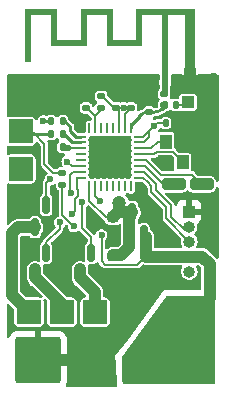
<source format=gbr>
%TF.GenerationSoftware,KiCad,Pcbnew,(6.0.9-0)*%
%TF.CreationDate,2023-01-16T20:49:34+01:00*%
%TF.ProjectId,ray2,72617932-2e6b-4696-9361-645f70636258,rev?*%
%TF.SameCoordinates,Original*%
%TF.FileFunction,Copper,L1,Top*%
%TF.FilePolarity,Positive*%
%FSLAX46Y46*%
G04 Gerber Fmt 4.6, Leading zero omitted, Abs format (unit mm)*
G04 Created by KiCad (PCBNEW (6.0.9-0)) date 2023-01-16 20:49:34*
%MOMM*%
%LPD*%
G01*
G04 APERTURE LIST*
G04 Aperture macros list*
%AMRoundRect*
0 Rectangle with rounded corners*
0 $1 Rounding radius*
0 $2 $3 $4 $5 $6 $7 $8 $9 X,Y pos of 4 corners*
0 Add a 4 corners polygon primitive as box body*
4,1,4,$2,$3,$4,$5,$6,$7,$8,$9,$2,$3,0*
0 Add four circle primitives for the rounded corners*
1,1,$1+$1,$2,$3*
1,1,$1+$1,$4,$5*
1,1,$1+$1,$6,$7*
1,1,$1+$1,$8,$9*
0 Add four rect primitives between the rounded corners*
20,1,$1+$1,$2,$3,$4,$5,0*
20,1,$1+$1,$4,$5,$6,$7,0*
20,1,$1+$1,$6,$7,$8,$9,0*
20,1,$1+$1,$8,$9,$2,$3,0*%
G04 Aperture macros list end*
%TA.AperFunction,ComponentPad*%
%ADD10RoundRect,0.250001X-0.799999X-0.799999X0.799999X-0.799999X0.799999X0.799999X-0.799999X0.799999X0*%
%TD*%
%TA.AperFunction,SMDPad,CuDef*%
%ADD11RoundRect,0.135000X-0.135000X-0.185000X0.135000X-0.185000X0.135000X0.185000X-0.135000X0.185000X0*%
%TD*%
%TA.AperFunction,SMDPad,CuDef*%
%ADD12RoundRect,0.225000X-0.250000X0.225000X-0.250000X-0.225000X0.250000X-0.225000X0.250000X0.225000X0*%
%TD*%
%TA.AperFunction,SMDPad,CuDef*%
%ADD13RoundRect,0.140000X0.170000X-0.140000X0.170000X0.140000X-0.170000X0.140000X-0.170000X-0.140000X0*%
%TD*%
%TA.AperFunction,SMDPad,CuDef*%
%ADD14RoundRect,0.140000X-0.140000X-0.170000X0.140000X-0.170000X0.140000X0.170000X-0.140000X0.170000X0*%
%TD*%
%TA.AperFunction,SMDPad,CuDef*%
%ADD15RoundRect,0.150000X-0.150000X0.587500X-0.150000X-0.587500X0.150000X-0.587500X0.150000X0.587500X0*%
%TD*%
%TA.AperFunction,SMDPad,CuDef*%
%ADD16RoundRect,0.250000X0.750000X-0.250000X0.750000X0.250000X-0.750000X0.250000X-0.750000X-0.250000X0*%
%TD*%
%TA.AperFunction,SMDPad,CuDef*%
%ADD17R,1.050000X1.000000*%
%TD*%
%TA.AperFunction,SMDPad,CuDef*%
%ADD18R,2.200000X1.050000*%
%TD*%
%TA.AperFunction,ComponentPad*%
%ADD19R,1.000000X1.000000*%
%TD*%
%TA.AperFunction,ComponentPad*%
%ADD20O,1.000000X1.000000*%
%TD*%
%TA.AperFunction,SMDPad,CuDef*%
%ADD21R,1.000000X1.150000*%
%TD*%
%TA.AperFunction,ComponentPad*%
%ADD22RoundRect,0.250002X-1.699998X-1.699998X1.699998X-1.699998X1.699998X1.699998X-1.699998X1.699998X0*%
%TD*%
%TA.AperFunction,SMDPad,CuDef*%
%ADD23RoundRect,0.135000X0.185000X-0.135000X0.185000X0.135000X-0.185000X0.135000X-0.185000X-0.135000X0*%
%TD*%
%TA.AperFunction,SMDPad,CuDef*%
%ADD24RoundRect,0.062500X-0.062500X0.375000X-0.062500X-0.375000X0.062500X-0.375000X0.062500X0.375000X0*%
%TD*%
%TA.AperFunction,SMDPad,CuDef*%
%ADD25RoundRect,0.062500X-0.375000X0.062500X-0.375000X-0.062500X0.375000X-0.062500X0.375000X0.062500X0*%
%TD*%
%TA.AperFunction,SMDPad,CuDef*%
%ADD26R,3.450000X3.450000*%
%TD*%
%TA.AperFunction,SMDPad,CuDef*%
%ADD27RoundRect,0.147500X-0.172500X0.147500X-0.172500X-0.147500X0.172500X-0.147500X0.172500X0.147500X0*%
%TD*%
%TA.AperFunction,SMDPad,CuDef*%
%ADD28RoundRect,0.135000X-0.185000X0.135000X-0.185000X-0.135000X0.185000X-0.135000X0.185000X0.135000X0*%
%TD*%
%TA.AperFunction,SMDPad,CuDef*%
%ADD29RoundRect,0.147500X-0.147500X-0.172500X0.147500X-0.172500X0.147500X0.172500X-0.147500X0.172500X0*%
%TD*%
%TA.AperFunction,SMDPad,CuDef*%
%ADD30RoundRect,0.140000X0.140000X0.170000X-0.140000X0.170000X-0.140000X-0.170000X0.140000X-0.170000X0*%
%TD*%
%TA.AperFunction,ConnectorPad*%
%ADD31R,0.500000X0.500000*%
%TD*%
%TA.AperFunction,ComponentPad*%
%ADD32R,0.900000X0.500000*%
%TD*%
%TA.AperFunction,ViaPad*%
%ADD33C,0.600000*%
%TD*%
%TA.AperFunction,ViaPad*%
%ADD34C,1.200000*%
%TD*%
%TA.AperFunction,Conductor*%
%ADD35C,0.500000*%
%TD*%
%TA.AperFunction,Conductor*%
%ADD36C,0.250000*%
%TD*%
%TA.AperFunction,Conductor*%
%ADD37C,0.200000*%
%TD*%
%TA.AperFunction,Conductor*%
%ADD38C,1.000000*%
%TD*%
%TA.AperFunction,Conductor*%
%ADD39C,2.000000*%
%TD*%
G04 APERTURE END LIST*
%TO.C,AE1*%
G36*
X146540000Y-93700500D02*
G01*
X146540000Y-93442342D01*
X146841778Y-93442342D01*
X146848309Y-93491868D01*
X146868868Y-93537053D01*
X146902511Y-93572287D01*
X146921122Y-93582900D01*
X146966637Y-93595800D01*
X147015156Y-93596543D01*
X147057819Y-93584435D01*
X147065731Y-93580081D01*
X147103674Y-93547297D01*
X147127742Y-93504895D01*
X147137583Y-93457285D01*
X147132847Y-93408878D01*
X147113185Y-93364084D01*
X147078245Y-93327314D01*
X147045353Y-93310408D01*
X146997267Y-93302518D01*
X146947682Y-93309092D01*
X146902372Y-93329187D01*
X146867112Y-93361857D01*
X146850218Y-93394083D01*
X146841778Y-93442342D01*
X146540000Y-93442342D01*
X146540000Y-88800500D01*
X145140000Y-88800500D01*
X145140000Y-93700500D01*
X144640000Y-93700500D01*
X144640000Y-88800500D01*
X142940000Y-88800500D01*
X142940000Y-91440500D01*
X139940000Y-91440500D01*
X139940000Y-88800500D01*
X138240000Y-88800500D01*
X138240000Y-91440500D01*
X135240000Y-91440500D01*
X135240000Y-88800500D01*
X133540000Y-88800500D01*
X133540000Y-92740500D01*
X133040000Y-92740500D01*
X133040000Y-88300500D01*
X135740000Y-88300500D01*
X135740000Y-90940500D01*
X137740000Y-90940500D01*
X137740000Y-88300500D01*
X140440000Y-88300500D01*
X140440000Y-90940500D01*
X142440000Y-90940500D01*
X142440000Y-88300500D01*
X147440000Y-88300500D01*
X147440000Y-93700500D01*
X146540000Y-93700500D01*
G37*
%TD*%
D10*
%TO.P,P7,1,P1*%
%TO.N,Net-(P7-Pad1)*%
X132650000Y-101840000D03*
%TD*%
D11*
%TO.P,R4,1*%
%TO.N,Net-(P7-Pad1)*%
X135190000Y-97800000D03*
%TO.P,R4,2*%
%TO.N,Net-(U1-Pad9)*%
X136210000Y-97800000D03*
%TD*%
D12*
%TO.P,C10,1*%
%TO.N,+3V3*%
X140462000Y-109207000D03*
%TO.P,C10,2*%
%TO.N,GND*%
X140462000Y-110757000D03*
%TD*%
D10*
%TO.P,P2,1,P1*%
%TO.N,VIN*%
X142240000Y-118872000D03*
%TD*%
D13*
%TO.P,C2,1*%
%TO.N,Net-(C2-Pad1)*%
X143510000Y-97000000D03*
%TO.P,C2,2*%
%TO.N,GND*%
X143510000Y-96040000D03*
%TD*%
D14*
%TO.P,C7,1*%
%TO.N,+3V3*%
X144909600Y-97942400D03*
%TO.P,C7,2*%
%TO.N,GND*%
X145869600Y-97942400D03*
%TD*%
%TO.P,C1,1*%
%TO.N,Net-(AE1-Pad1)*%
X144870000Y-94488000D03*
%TO.P,C1,2*%
%TO.N,GND*%
X145830000Y-94488000D03*
%TD*%
D15*
%TO.P,Q1,1,G*%
%TO.N,/PWM_DIMMER1*%
X134808000Y-104894500D03*
%TO.P,Q1,2,S*%
%TO.N,GND*%
X132908000Y-104894500D03*
%TO.P,Q1,3,D*%
%TO.N,/L1_GND*%
X133858000Y-106769500D03*
%TD*%
D16*
%TO.P,P6,1,P1*%
%TO.N,/RX*%
X145592800Y-103124000D03*
%TD*%
D17*
%TO.P,J1,1,In*%
%TO.N,Net-(J1-Pad1)*%
X146812500Y-96200000D03*
D18*
%TO.P,J1,2,Ext*%
%TO.N,GND*%
X148337500Y-94725000D03*
X148337500Y-97675000D03*
%TD*%
D10*
%TO.P,P1,1,P1*%
%TO.N,VIN*%
X144780000Y-118872000D03*
%TD*%
D19*
%TO.P,PG1,1,Pin_1*%
%TO.N,GND*%
X146913600Y-105435400D03*
D20*
%TO.P,PG1,2,Pin_2*%
%TO.N,/USB_D+*%
X146913600Y-106705400D03*
%TO.P,PG1,3,Pin_3*%
%TO.N,/USB_D-*%
X146913600Y-107975400D03*
%TO.P,PG1,4,Pin_4*%
%TO.N,VIN*%
X146913600Y-109245400D03*
%TO.P,PG1,5,Pin_5*%
%TO.N,/BOOT*%
X146913600Y-110515400D03*
%TD*%
D21*
%TO.P,Y1,1,1*%
%TO.N,Net-(U1-Pad30)*%
X144943600Y-99505800D03*
%TO.P,Y1,2,2*%
%TO.N,GND*%
X144943600Y-101255800D03*
%TO.P,Y1,3,3*%
%TO.N,Net-(U1-Pad29)*%
X146343600Y-101255800D03*
%TO.P,Y1,4,4*%
%TO.N,GND*%
X146343600Y-99505800D03*
%TD*%
D22*
%TO.P,VIN1,1,P1*%
%TO.N,VIN*%
X146812000Y-114554000D03*
%TD*%
D23*
%TO.P,R2,1*%
%TO.N,VIN*%
X136169400Y-103176800D03*
%TO.P,R2,2*%
%TO.N,Net-(P4-Pad1)*%
X136169400Y-102156800D03*
%TD*%
D22*
%TO.P,GND1,1,P1*%
%TO.N,GND*%
X134112000Y-118024000D03*
%TD*%
D13*
%TO.P,C3,1*%
%TO.N,Net-(C3-Pad1)*%
X138176000Y-96660000D03*
%TO.P,C3,2*%
%TO.N,GND*%
X138176000Y-95700000D03*
%TD*%
D24*
%TO.P,U1,1,LNA_IN*%
%TO.N,Net-(C2-Pad1)*%
X141958000Y-98400500D03*
%TO.P,U1,2,VDD3P3*%
%TO.N,+3V3*%
X141458000Y-98400500D03*
%TO.P,U1,3,VDD3P3*%
X140958000Y-98400500D03*
%TO.P,U1,4,XTAL_32K_P/ADC1_CH0*%
%TO.N,unconnected-(U1-Pad4)*%
X140458000Y-98400500D03*
%TO.P,U1,5,XTAL_32K_N/ADC1_CH1*%
%TO.N,unconnected-(U1-Pad5)*%
X139958000Y-98400500D03*
%TO.P,U1,6,GPIO2/ADC1_CH2*%
%TO.N,unconnected-(U1-Pad6)*%
X139458000Y-98400500D03*
%TO.P,U1,7,CHIP_EN*%
%TO.N,Net-(C3-Pad1)*%
X138958000Y-98400500D03*
%TO.P,U1,8,GPIO3/ADC1_CH3*%
%TO.N,unconnected-(U1-Pad8)*%
X138458000Y-98400500D03*
D25*
%TO.P,U1,9,MTMS/GPIO4/ADC1_CH4*%
%TO.N,Net-(U1-Pad9)*%
X137770500Y-99088000D03*
%TO.P,U1,10,MTDI/GPIO5/ADC2_CH0*%
%TO.N,Net-(R3-Pad2)*%
X137770500Y-99588000D03*
%TO.P,U1,11,VDD3P3_RTC*%
%TO.N,+3V3*%
X137770500Y-100088000D03*
%TO.P,U1,12,MTCK/GPIO6*%
%TO.N,unconnected-(U1-Pad12)*%
X137770500Y-100588000D03*
%TO.P,U1,13,MTDO/GPIO7*%
%TO.N,unconnected-(U1-Pad13)*%
X137770500Y-101088000D03*
%TO.P,U1,14,GPIO8*%
%TO.N,/PWM_DIMMER1*%
X137770500Y-101588000D03*
%TO.P,U1,15,GPIO9/BOOT*%
%TO.N,/BOOT*%
X137770500Y-102088000D03*
%TO.P,U1,16,GPIO10*%
%TO.N,/PWM_DIMMER2*%
X137770500Y-102588000D03*
D24*
%TO.P,U1,17,VDD3P3_CPU*%
%TO.N,+3V3*%
X138458000Y-103275500D03*
%TO.P,U1,18,VDD_SPI/GPIO11*%
%TO.N,/PWM_DIMMER3*%
X138958000Y-103275500D03*
%TO.P,U1,19,SPIHD/GPIO12*%
%TO.N,unconnected-(U1-Pad19)*%
X139458000Y-103275500D03*
%TO.P,U1,20,SPIWP/GPIO13*%
%TO.N,unconnected-(U1-Pad20)*%
X139958000Y-103275500D03*
%TO.P,U1,21,SPICS0/GPIO14*%
%TO.N,unconnected-(U1-Pad21)*%
X140458000Y-103275500D03*
%TO.P,U1,22,SPICLK/GPIO15*%
%TO.N,unconnected-(U1-Pad22)*%
X140958000Y-103275500D03*
%TO.P,U1,23,SPID/GPIO16*%
%TO.N,unconnected-(U1-Pad23)*%
X141458000Y-103275500D03*
%TO.P,U1,24,SPIQ/GPIO17*%
%TO.N,unconnected-(U1-Pad24)*%
X141958000Y-103275500D03*
D25*
%TO.P,U1,25,GPIO18/USB_D-*%
%TO.N,/USB_D-*%
X142645500Y-102588000D03*
%TO.P,U1,26,GPIO19/USB_D+*%
%TO.N,/USB_D+*%
X142645500Y-102088000D03*
%TO.P,U1,27,U0RXD/GPIO20*%
%TO.N,/RX*%
X142645500Y-101588000D03*
%TO.P,U1,28,U0TXD/GPIO21*%
%TO.N,/TX*%
X142645500Y-101088000D03*
%TO.P,U1,29,XTAL_N*%
%TO.N,Net-(U1-Pad29)*%
X142645500Y-100588000D03*
%TO.P,U1,30,XTAL_P*%
%TO.N,Net-(U1-Pad30)*%
X142645500Y-100088000D03*
%TO.P,U1,31,VDDA*%
%TO.N,+3V3*%
X142645500Y-99588000D03*
%TO.P,U1,32,VDDA*%
X142645500Y-99088000D03*
D26*
%TO.P,U1,33,GND*%
%TO.N,GND*%
X140208000Y-100838000D03*
%TD*%
D12*
%TO.P,C5,1*%
%TO.N,VIN*%
X143256000Y-109207000D03*
%TO.P,C5,2*%
%TO.N,GND*%
X143256000Y-110757000D03*
%TD*%
D10*
%TO.P,N3,1,P1*%
%TO.N,/L3_GND*%
X138938000Y-113960000D03*
%TD*%
D11*
%TO.P,R3,1*%
%TO.N,Net-(P4-Pad1)*%
X135210000Y-98860000D03*
%TO.P,R3,2*%
%TO.N,Net-(R3-Pad2)*%
X136230000Y-98860000D03*
%TD*%
D15*
%TO.P,Q2,1,G*%
%TO.N,/PWM_DIMMER2*%
X134808000Y-108958500D03*
%TO.P,Q2,2,S*%
%TO.N,GND*%
X132908000Y-108958500D03*
%TO.P,Q2,3,D*%
%TO.N,/L2_GND*%
X133858000Y-110833500D03*
%TD*%
D13*
%TO.P,C4,1*%
%TO.N,+3V3*%
X141986000Y-96660000D03*
%TO.P,C4,2*%
%TO.N,GND*%
X141986000Y-95700000D03*
%TD*%
D27*
%TO.P,L1,1,1*%
%TO.N,Net-(AE1-Pad1)*%
X144800000Y-95483000D03*
%TO.P,L1,2,2*%
%TO.N,Net-(C2-Pad1)*%
X144800000Y-96453000D03*
%TD*%
D28*
%TO.P,R1,1*%
%TO.N,+3V3*%
X139446000Y-95670000D03*
%TO.P,R1,2*%
%TO.N,Net-(C3-Pad1)*%
X139446000Y-96690000D03*
%TD*%
D29*
%TO.P,L2,1,1*%
%TO.N,Net-(C2-Pad1)*%
X144830000Y-96400000D03*
%TO.P,L2,2,2*%
%TO.N,Net-(J1-Pad1)*%
X145800000Y-96400000D03*
%TD*%
D30*
%TO.P,C6,1*%
%TO.N,+3V3*%
X136192200Y-99974400D03*
%TO.P,C6,2*%
%TO.N,GND*%
X135232200Y-99974400D03*
%TD*%
D16*
%TO.P,P5,1,P1*%
%TO.N,/TX*%
X147955000Y-103124000D03*
%TD*%
D12*
%TO.P,C8,1*%
%TO.N,+3V3*%
X140462000Y-105905000D03*
%TO.P,C8,2*%
%TO.N,GND*%
X140462000Y-107455000D03*
%TD*%
D31*
%TO.P,AE1,1,FEED*%
%TO.N,Net-(AE1-Pad1)*%
X144890000Y-93450500D03*
D32*
%TO.P,AE1,2,PCB_Trace*%
%TO.N,GND*%
X146990000Y-93450500D03*
%TD*%
D10*
%TO.P,N2,1,P1*%
%TO.N,/L2_GND*%
X136144000Y-113960000D03*
%TD*%
%TO.P,N1,1,P1*%
%TO.N,/L1_GND*%
X133350000Y-113960000D03*
%TD*%
D15*
%TO.P,U3,1,GND*%
%TO.N,GND*%
X144002800Y-105488500D03*
%TO.P,U3,2,VO*%
%TO.N,+3V3*%
X142102800Y-105488500D03*
%TO.P,U3,3,VI*%
%TO.N,VIN*%
X143052800Y-107363500D03*
%TD*%
D10*
%TO.P,P3,1,P1*%
%TO.N,VIN*%
X147574000Y-118872000D03*
%TD*%
%TO.P,P4,1,P1*%
%TO.N,Net-(P4-Pad1)*%
X132650000Y-98640000D03*
%TD*%
D15*
%TO.P,Q3,1,G*%
%TO.N,/PWM_DIMMER3*%
X138618000Y-108958500D03*
%TO.P,Q3,2,S*%
%TO.N,GND*%
X136718000Y-108958500D03*
%TO.P,Q3,3,D*%
%TO.N,/L3_GND*%
X137668000Y-110833500D03*
%TD*%
D13*
%TO.P,C9,1*%
%TO.N,+3V3*%
X140716000Y-96660000D03*
%TO.P,C9,2*%
%TO.N,GND*%
X140716000Y-95700000D03*
%TD*%
D33*
%TO.N,GND*%
X148390000Y-96220000D03*
X149030000Y-93990000D03*
X131900000Y-105880000D03*
X131830000Y-103630000D03*
X149000000Y-108640000D03*
X148940000Y-104840000D03*
X142630000Y-104330000D03*
X143150000Y-105720000D03*
X144270000Y-105960000D03*
X143640000Y-106190000D03*
X145020000Y-107370000D03*
X144320000Y-106670000D03*
%TO.N,Net-(P7-Pad1)*%
X134560000Y-97790000D03*
%TO.N,GND*%
X134800000Y-96200000D03*
X132000000Y-95200000D03*
X135600000Y-96200000D03*
X142000000Y-94400000D03*
X147600000Y-98800000D03*
X134800000Y-94400000D03*
X146600000Y-94600000D03*
X148900000Y-101400000D03*
D34*
X133641500Y-108958500D03*
D33*
X141200000Y-94400000D03*
X147900000Y-101700000D03*
X141350000Y-100950000D03*
X142800000Y-95200000D03*
X138465200Y-118024000D03*
X137300000Y-118900000D03*
X139150000Y-101850000D03*
X132000000Y-96200000D03*
X146343600Y-98512400D03*
X132800000Y-95200000D03*
D34*
X133600000Y-104800000D03*
D33*
X135300000Y-100950000D03*
X139600000Y-94400000D03*
X135600000Y-94400000D03*
X132000000Y-94400000D03*
X144350000Y-101080000D03*
X140400000Y-94400000D03*
X138300000Y-116500000D03*
X133800000Y-95200000D03*
X148900000Y-100300000D03*
X137200000Y-94400000D03*
X143600000Y-94400000D03*
X133800000Y-94400000D03*
X137200000Y-96200000D03*
X140400000Y-95200000D03*
X133800000Y-96200000D03*
X141200000Y-95200000D03*
D34*
X137400000Y-108800000D03*
D33*
X132800000Y-94400000D03*
X135600000Y-95200000D03*
X136400000Y-94400000D03*
X132800000Y-96200000D03*
X139100000Y-118900000D03*
X138000000Y-94400000D03*
X139950000Y-99800000D03*
X140044600Y-116444600D03*
X141884400Y-114604800D03*
D34*
X143269846Y-104916918D03*
D33*
X142800000Y-94400000D03*
X134800000Y-95200000D03*
X143600000Y-95200000D03*
X138950000Y-99800000D03*
X142900000Y-112900000D03*
X140450000Y-108150000D03*
X136400000Y-96200000D03*
X137200000Y-95200000D03*
X148300000Y-99500000D03*
X138747712Y-95162003D03*
X138000000Y-95200000D03*
X142000000Y-95200000D03*
X136400000Y-95200000D03*
X138800000Y-94400000D03*
%TO.N,+3V3*%
X141350000Y-96650000D03*
X136612000Y-100088000D03*
X143956400Y-98156400D03*
D34*
X141000000Y-104700000D03*
D33*
%TO.N,/PWM_DIMMER1*%
X136600000Y-101200000D03*
X135149500Y-102699610D03*
%TO.N,/BOOT*%
X136900000Y-103900000D03*
%TO.N,/PWM_DIMMER2*%
X135953668Y-106351491D03*
X137021874Y-105654960D03*
%TO.N,/PWM_DIMMER3*%
X139350000Y-104550000D03*
X137863222Y-104633129D03*
%TO.N,VIN*%
X139487500Y-107450000D03*
X137150000Y-106700000D03*
%TD*%
D35*
%TO.N,GND*%
X144320000Y-106620000D02*
X144990000Y-107290000D01*
X144990000Y-107290000D02*
X145030000Y-107290000D01*
X144002800Y-105488500D02*
X144002800Y-106302800D01*
X144002800Y-106302800D02*
X144320000Y-106620000D01*
D36*
%TO.N,Net-(P7-Pad1)*%
X134590000Y-97780000D02*
X134580000Y-97790000D01*
X134580000Y-97790000D02*
X134560000Y-97790000D01*
X135190000Y-97800000D02*
X135170000Y-97780000D01*
X135170000Y-97780000D02*
X134590000Y-97780000D01*
%TO.N,Net-(U1-Pad9)*%
X137770500Y-99088000D02*
X137322000Y-99088000D01*
X136860000Y-98250000D02*
X136410000Y-97800000D01*
X136410000Y-97800000D02*
X136210000Y-97800000D01*
X137322000Y-99088000D02*
X137320000Y-99090000D01*
X137320000Y-99090000D02*
X137310000Y-99090000D01*
X137310000Y-99090000D02*
X136860000Y-98640000D01*
X136860000Y-98640000D02*
X136860000Y-98250000D01*
%TO.N,Net-(P4-Pad1)*%
X135210000Y-98860000D02*
X132870000Y-98860000D01*
X132870000Y-98860000D02*
X132650000Y-98640000D01*
%TO.N,Net-(R3-Pad2)*%
X137770500Y-99588000D02*
X137018000Y-99588000D01*
X137018000Y-99588000D02*
X136290000Y-98860000D01*
X136290000Y-98860000D02*
X136230000Y-98860000D01*
D37*
%TO.N,/PWM_DIMMER1*%
X134808000Y-103041110D02*
X135149500Y-102699610D01*
X134808000Y-104894500D02*
X134808000Y-103041110D01*
%TO.N,Net-(P4-Pad1)*%
X134652700Y-101397300D02*
X134652700Y-101404100D01*
X134652700Y-101404100D02*
X135405400Y-102156800D01*
X132969000Y-98806000D02*
X133736000Y-98806000D01*
X134652700Y-101397300D02*
X134649300Y-101400700D01*
X133736000Y-98806000D02*
X134652700Y-99722700D01*
X134652700Y-99722700D02*
X134652700Y-101397300D01*
D35*
%TO.N,Net-(AE1-Pad1)*%
X144890000Y-94468000D02*
X144870000Y-94488000D01*
X144870000Y-94488000D02*
X144870000Y-95433000D01*
X144890000Y-93450500D02*
X144890000Y-94468000D01*
D36*
X144870000Y-95433000D02*
X144920000Y-95483000D01*
D38*
%TO.N,GND*%
X141884400Y-113615600D02*
X141884400Y-111048800D01*
X137324000Y-118024000D02*
X137324000Y-118876000D01*
D35*
X144002800Y-105488500D02*
X143841428Y-105488500D01*
D37*
X147505000Y-94725000D02*
X148337500Y-94725000D01*
X146343600Y-99505800D02*
X146506700Y-99505800D01*
X136400000Y-96200000D02*
X137200000Y-96200000D01*
X141200000Y-95200000D02*
X140400000Y-95200000D01*
X138800000Y-94400000D02*
X138800000Y-95109715D01*
X141200000Y-94400000D02*
X142000000Y-95200000D01*
D35*
X133800000Y-108800000D02*
X133641500Y-108958500D01*
D38*
X137324000Y-118024000D02*
X138465200Y-118024000D01*
D37*
X138000000Y-95200000D02*
X138000000Y-94400000D01*
X132800000Y-96200000D02*
X133800000Y-96200000D01*
X148900000Y-100300000D02*
X148900000Y-101400000D01*
X134800000Y-95200000D02*
X134800000Y-94400000D01*
X136400000Y-95200000D02*
X136400000Y-94400000D01*
D38*
X146990000Y-93450500D02*
X146990000Y-94210000D01*
D37*
X146488000Y-94488000D02*
X146600000Y-94600000D01*
X140400000Y-94400000D02*
X139600000Y-94400000D01*
D35*
X136718000Y-108958500D02*
X137241500Y-108958500D01*
D37*
X143510000Y-95290000D02*
X143600000Y-95200000D01*
X142800000Y-94400000D02*
X142000000Y-94400000D01*
X143510000Y-96040000D02*
X143510000Y-95290000D01*
D38*
X141884400Y-114604800D02*
X141884400Y-113615600D01*
D37*
X140462000Y-107455000D02*
X140462000Y-108138000D01*
D38*
X141884400Y-111048800D02*
X141592600Y-110757000D01*
X142600000Y-112900000D02*
X142900000Y-112900000D01*
X141592600Y-110757000D02*
X140462000Y-110757000D01*
D37*
X135600000Y-94400000D02*
X135600000Y-95200000D01*
X146990000Y-94210000D02*
X147505000Y-94725000D01*
D38*
X137324000Y-118876000D02*
X137300000Y-118900000D01*
X138465200Y-118265200D02*
X139100000Y-118900000D01*
X134112000Y-118024000D02*
X137324000Y-118024000D01*
D37*
X146343600Y-99505800D02*
X146343600Y-98416400D01*
X137200000Y-96200000D02*
X137700000Y-95700000D01*
D35*
X144943600Y-101255800D02*
X144525800Y-101255800D01*
D38*
X141884400Y-113615600D02*
X142600000Y-112900000D01*
X138800000Y-116500000D02*
X138300000Y-116500000D01*
D37*
X146343600Y-98416400D02*
X145869600Y-97942400D01*
X143600000Y-94400000D02*
X142800000Y-95200000D01*
D38*
X141592600Y-110757000D02*
X143256000Y-110757000D01*
D37*
X147406250Y-98606250D02*
X148337500Y-97675000D01*
D35*
X132908000Y-108958500D02*
X133641500Y-108958500D01*
X132908000Y-104894500D02*
X133505500Y-104894500D01*
X137241500Y-108958500D02*
X137400000Y-108800000D01*
D38*
X138465200Y-118024000D02*
X139394600Y-117094600D01*
D35*
X135232200Y-99974400D02*
X135232200Y-100882200D01*
D38*
X138465200Y-118024000D02*
X138465200Y-118265200D01*
D35*
X135232200Y-100882200D02*
X135300000Y-100950000D01*
D37*
X146990000Y-94210000D02*
X146600000Y-94600000D01*
X145830000Y-94488000D02*
X146488000Y-94488000D01*
D38*
X139394600Y-117094600D02*
X138800000Y-116500000D01*
D35*
X133505500Y-104894500D02*
X133600000Y-104800000D01*
D37*
X147600000Y-98800000D02*
X148300000Y-99500000D01*
X132000000Y-95200000D02*
X132000000Y-96200000D01*
X133800000Y-94400000D02*
X133800000Y-95200000D01*
X137700000Y-95700000D02*
X138176000Y-95700000D01*
X138800000Y-95109715D02*
X138747712Y-95162003D01*
X132800000Y-94400000D02*
X132000000Y-94400000D01*
D35*
X144525800Y-101255800D02*
X144350000Y-101080000D01*
X143841428Y-105488500D02*
X143269846Y-104916918D01*
D37*
X140462000Y-108138000D02*
X140450000Y-108150000D01*
X147406250Y-98606250D02*
X147600000Y-98800000D01*
X146506700Y-99505800D02*
X147406250Y-98606250D01*
X134800000Y-96200000D02*
X135600000Y-96200000D01*
D38*
X139394600Y-117094600D02*
X141884400Y-114604800D01*
D37*
X132800000Y-95200000D02*
X132800000Y-94400000D01*
X137200000Y-94400000D02*
X137200000Y-95200000D01*
D36*
%TO.N,Net-(C2-Pad1)*%
X143416214Y-97028000D02*
X143930786Y-97028000D01*
X141958000Y-98400500D02*
X141958000Y-98072000D01*
X144637893Y-96735107D02*
X144920000Y-96453000D01*
X141958000Y-98072000D02*
X142709107Y-97320893D01*
X143930786Y-97027990D02*
G75*
G03*
X144637893Y-96735107I14J999990D01*
G01*
X143416214Y-97028010D02*
G75*
G03*
X142709107Y-97320893I-14J-999990D01*
G01*
D37*
%TO.N,+3V3*%
X142645500Y-99588000D02*
X143109000Y-99588000D01*
D38*
X141143000Y-109157000D02*
X140462000Y-109157000D01*
D37*
X141986000Y-96660000D02*
X141360000Y-96660000D01*
X137770500Y-100088000D02*
X136305800Y-100088000D01*
D38*
X141850000Y-108450000D02*
X141143000Y-109157000D01*
D37*
X138458000Y-103275500D02*
X138458000Y-104508000D01*
D38*
X142102800Y-105488500D02*
X140878500Y-105488500D01*
D37*
X141458000Y-98400500D02*
X141458000Y-97188000D01*
X143956400Y-98156400D02*
X144170400Y-97942400D01*
X141360000Y-96660000D02*
X141350000Y-96650000D01*
X138458000Y-104508000D02*
X139855000Y-105905000D01*
X143535400Y-99161600D02*
X143535400Y-98577400D01*
D38*
X141850000Y-105741300D02*
X141850000Y-108450000D01*
X142102800Y-105488500D02*
X141850000Y-105741300D01*
D37*
X136305800Y-100088000D02*
X136192200Y-99974400D01*
X140958000Y-98400500D02*
X140958000Y-96902000D01*
X142645500Y-99088000D02*
X143024800Y-99088000D01*
X143535400Y-98577400D02*
X143956400Y-98156400D01*
X140551200Y-96660000D02*
X139561200Y-95670000D01*
D38*
X140462000Y-105905000D02*
X141000000Y-105367000D01*
D37*
X140958000Y-96902000D02*
X140716000Y-96660000D01*
X144170400Y-97942400D02*
X144909600Y-97942400D01*
X139855000Y-105905000D02*
X140462000Y-105905000D01*
X139561200Y-95670000D02*
X139446000Y-95670000D01*
X141458000Y-97188000D02*
X141986000Y-96660000D01*
X141340000Y-96660000D02*
X141350000Y-96650000D01*
X143024800Y-99088000D02*
X143535400Y-98577400D01*
D38*
X141000000Y-105367000D02*
X141000000Y-104700000D01*
D37*
X140716000Y-96660000D02*
X141340000Y-96660000D01*
D38*
X140878500Y-105488500D02*
X140462000Y-105905000D01*
D37*
X143109000Y-99588000D02*
X143535400Y-99161600D01*
X140716000Y-96660000D02*
X140551200Y-96660000D01*
%TO.N,/PWM_DIMMER1*%
X137770500Y-101588000D02*
X136988000Y-101588000D01*
X136988000Y-101588000D02*
X136600000Y-101200000D01*
%TO.N,/BOOT*%
X136850000Y-102350000D02*
X136850000Y-104000000D01*
X136850000Y-104000000D02*
X136900000Y-103950000D01*
X137112000Y-102088000D02*
X136850000Y-102350000D01*
X137770500Y-102088000D02*
X137112000Y-102088000D01*
X136900000Y-103950000D02*
X136900000Y-103900000D01*
%TO.N,/PWM_DIMMER2*%
X137400000Y-103551471D02*
X137500000Y-103651471D01*
X137250000Y-104398529D02*
X137250000Y-105426834D01*
X137512000Y-102588000D02*
X137400000Y-102700000D01*
X137770500Y-102588000D02*
X137512000Y-102588000D01*
X137500000Y-104148529D02*
X137250000Y-104398529D01*
X135953668Y-106896332D02*
X135953668Y-106351491D01*
X137500000Y-103651471D02*
X137500000Y-104148529D01*
X137250000Y-105426834D02*
X137021874Y-105654960D01*
X137400000Y-102700000D02*
X137400000Y-103551471D01*
X134808000Y-108042000D02*
X135953668Y-106896332D01*
X134808000Y-108958500D02*
X134808000Y-108042000D01*
%TO.N,/PWM_DIMMER3*%
X137863222Y-104633129D02*
X137863222Y-106863222D01*
X137863222Y-106863222D02*
X138618000Y-107618000D01*
X138958000Y-103275500D02*
X138958000Y-104158000D01*
X138618000Y-107618000D02*
X138618000Y-108958500D01*
X138958000Y-104158000D02*
X139350000Y-104550000D01*
%TO.N,/TX*%
X142645500Y-101088000D02*
X143258886Y-101088000D01*
X147142200Y-102311200D02*
X147955000Y-103124000D01*
X143258886Y-101088000D02*
X144482086Y-102311200D01*
X144482086Y-102311200D02*
X147142200Y-102311200D01*
D38*
%TO.N,VIN*%
X143294400Y-109245400D02*
X143256000Y-109207000D01*
D37*
X139500000Y-109650000D02*
X139807000Y-109957000D01*
D35*
X143256000Y-107566700D02*
X143052800Y-107363500D01*
D38*
X148031200Y-109245400D02*
X148640800Y-109855000D01*
X148640800Y-109855000D02*
X148640800Y-112725200D01*
D37*
X139500000Y-107450000D02*
X139500000Y-109650000D01*
D39*
X142240000Y-118872000D02*
X147574000Y-118872000D01*
D37*
X136169400Y-105719400D02*
X137100000Y-106650000D01*
D38*
X146913600Y-109245400D02*
X143294400Y-109245400D01*
D37*
X137100000Y-106650000D02*
X137150000Y-106700000D01*
X136169400Y-104140000D02*
X136169400Y-105719400D01*
D39*
X144780000Y-116586000D02*
X146812000Y-114554000D01*
D37*
X139807000Y-109957000D02*
X142506000Y-109957000D01*
D39*
X144780000Y-118872000D02*
X144780000Y-116586000D01*
D38*
X143256000Y-109207000D02*
X143256000Y-107566700D01*
D37*
X136169400Y-103176800D02*
X136169400Y-104140000D01*
D38*
X148640800Y-112725200D02*
X146812000Y-114554000D01*
X146913600Y-109245400D02*
X148031200Y-109245400D01*
D37*
X142506000Y-109957000D02*
X143256000Y-109207000D01*
%TO.N,/USB_D-*%
X146913600Y-107975400D02*
X144957800Y-106019600D01*
X144957800Y-106019600D02*
X144957800Y-105069604D01*
X143697996Y-103809800D02*
X143687800Y-103809800D01*
X143408400Y-102971600D02*
X143687800Y-103251000D01*
X143024800Y-102588000D02*
X143408400Y-102971600D01*
X142645500Y-102588000D02*
X143024800Y-102588000D01*
X143687800Y-103251000D02*
X143687800Y-103809800D01*
X144957800Y-105069604D02*
X143697996Y-103809800D01*
%TO.N,Net-(U1-Pad29)*%
X145567400Y-100380800D02*
X146343600Y-101157000D01*
X142645500Y-100588000D02*
X143936400Y-100588000D01*
X144143600Y-100380800D02*
X145567400Y-100380800D01*
X143936400Y-100588000D02*
X144143600Y-100380800D01*
X146343600Y-101157000D02*
X146343600Y-101255800D01*
%TO.N,Net-(U1-Pad30)*%
X143662400Y-100076000D02*
X144232600Y-99505800D01*
X142657500Y-100076000D02*
X143662400Y-100076000D01*
X142645500Y-100088000D02*
X142657500Y-100076000D01*
X144232600Y-99505800D02*
X144943600Y-99505800D01*
%TO.N,/USB_D+*%
X144087800Y-103633918D02*
X144087800Y-103085315D01*
X146913600Y-106705400D02*
X146608800Y-107010200D01*
X144087800Y-103085315D02*
X143853485Y-102851000D01*
X143853485Y-102851000D02*
X143853485Y-102845833D01*
X146514086Y-107010200D02*
X145367643Y-105863757D01*
X143853485Y-102845833D02*
X143095652Y-102088000D01*
X145367643Y-105863757D02*
X145367643Y-104913761D01*
X145367643Y-104913761D02*
X144087800Y-103633918D01*
X146608800Y-107010200D02*
X146514086Y-107010200D01*
X143095652Y-102088000D02*
X142645500Y-102088000D01*
%TO.N,Net-(C3-Pad1)*%
X139446000Y-96690000D02*
X139446000Y-96875600D01*
X138254400Y-96660000D02*
X138958000Y-97363600D01*
X138958000Y-97363600D02*
X138958000Y-98400500D01*
X138176000Y-96660000D02*
X138254400Y-96660000D01*
X139446000Y-96875600D02*
X138958000Y-97363600D01*
D38*
%TO.N,/L1_GND*%
X132422300Y-106769500D02*
X131902200Y-107289600D01*
X131902200Y-112512200D02*
X133350000Y-113960000D01*
X131902200Y-107289600D02*
X131902200Y-112512200D01*
X133858000Y-106769500D02*
X132422300Y-106769500D01*
%TO.N,/L2_GND*%
X133858000Y-110947200D02*
X136144000Y-113233200D01*
X133858000Y-110337600D02*
X133858000Y-110833500D01*
X133858000Y-110833500D02*
X133858000Y-110947200D01*
X136144000Y-113233200D02*
X136144000Y-113960000D01*
%TO.N,/L3_GND*%
X138938000Y-112268000D02*
X138938000Y-113960000D01*
X137668000Y-110998000D02*
X138938000Y-112268000D01*
X137668000Y-110337600D02*
X137668000Y-110833500D01*
X137668000Y-110833500D02*
X137668000Y-110998000D01*
D37*
%TO.N,/RX*%
X144729200Y-103124000D02*
X145592800Y-103124000D01*
X142645500Y-101588000D02*
X143193200Y-101588000D01*
X143193200Y-101588000D02*
X144729200Y-103124000D01*
%TO.N,Net-(P4-Pad1)*%
X135405400Y-102156800D02*
X136169400Y-102156800D01*
%TO.N,Net-(J1-Pad1)*%
X145800000Y-96400000D02*
X146612500Y-96400000D01*
X146612500Y-96400000D02*
X146812500Y-96200000D01*
%TD*%
%TA.AperFunction,Conductor*%
%TO.N,VIN*%
G36*
X149039007Y-112441625D02*
G01*
X149085809Y-112495011D01*
X149097500Y-112548015D01*
X149097500Y-119929500D01*
X149077498Y-119997621D01*
X149023842Y-120044114D01*
X148971500Y-120055500D01*
X141440870Y-120055500D01*
X141372749Y-120035498D01*
X141326256Y-119981842D01*
X141315169Y-119938169D01*
X141307601Y-119828424D01*
X141273858Y-119339157D01*
X141184888Y-118049085D01*
X141184672Y-118035838D01*
X141190989Y-117862109D01*
X141215305Y-117792167D01*
X144970012Y-112672946D01*
X145026429Y-112629846D01*
X145070821Y-112621468D01*
X147815004Y-112604209D01*
X147815007Y-112604209D01*
X147818322Y-112604188D01*
X147925822Y-112592117D01*
X147929062Y-112591402D01*
X147929065Y-112591401D01*
X147974131Y-112581449D01*
X147974136Y-112581448D01*
X147977372Y-112580733D01*
X148079957Y-112546410D01*
X148202912Y-112467392D01*
X148206303Y-112464454D01*
X148206308Y-112464450D01*
X148215271Y-112456683D01*
X148279853Y-112427191D01*
X148297054Y-112425911D01*
X148970772Y-112422017D01*
X149039007Y-112441625D01*
G37*
%TD.AperFunction*%
%TD*%
%TA.AperFunction,Conductor*%
%TO.N,GND*%
G36*
X136573018Y-106551243D02*
G01*
X136591596Y-106566567D01*
X136609173Y-106584144D01*
X136643199Y-106646456D01*
X136644080Y-106675956D01*
X136645882Y-106675978D01*
X136645772Y-106684951D01*
X136644391Y-106693823D01*
X136645555Y-106702725D01*
X136645555Y-106702728D01*
X136649041Y-106729385D01*
X136662980Y-106835979D01*
X136672644Y-106857941D01*
X136713110Y-106949907D01*
X136720720Y-106967203D01*
X136726497Y-106974076D01*
X136726498Y-106974077D01*
X136806258Y-107068963D01*
X136812970Y-107076948D01*
X136847674Y-107100049D01*
X136916472Y-107145845D01*
X136932313Y-107156390D01*
X137069157Y-107199142D01*
X137078129Y-107199306D01*
X137078132Y-107199307D01*
X137143463Y-107200504D01*
X137212499Y-107201770D01*
X137221533Y-107199307D01*
X137342158Y-107166421D01*
X137342160Y-107166420D01*
X137350817Y-107164060D01*
X137472991Y-107089045D01*
X137479014Y-107082390D01*
X137485923Y-107076655D01*
X137488345Y-107079573D01*
X137533703Y-107051814D01*
X137604682Y-107053376D01*
X137642798Y-107073166D01*
X137658532Y-107085130D01*
X137671358Y-107096329D01*
X138280596Y-107705568D01*
X138314621Y-107767880D01*
X138317500Y-107794663D01*
X138317500Y-107979070D01*
X138297498Y-108047191D01*
X138267112Y-108079138D01*
X138261145Y-108082068D01*
X138178707Y-108164650D01*
X138127464Y-108269482D01*
X138117500Y-108337782D01*
X138117500Y-109573643D01*
X138097498Y-109641764D01*
X138043842Y-109688257D01*
X137973568Y-109698361D01*
X137932538Y-109684996D01*
X137927591Y-109682376D01*
X137927586Y-109682374D01*
X137920881Y-109678824D01*
X137756441Y-109637519D01*
X137748843Y-109637479D01*
X137748841Y-109637479D01*
X137671668Y-109637075D01*
X137586895Y-109636631D01*
X137579508Y-109638405D01*
X137579504Y-109638405D01*
X137450718Y-109669325D01*
X137422032Y-109676212D01*
X137415288Y-109679693D01*
X137415285Y-109679694D01*
X137278117Y-109750492D01*
X137271369Y-109753975D01*
X137265647Y-109758967D01*
X137265645Y-109758968D01*
X137234979Y-109785720D01*
X137143604Y-109865431D01*
X137121305Y-109897159D01*
X137051787Y-109996074D01*
X137046113Y-110004147D01*
X136984524Y-110162113D01*
X136983532Y-110169646D01*
X136983532Y-110169647D01*
X136971979Y-110257405D01*
X136967500Y-110291426D01*
X136967500Y-110969359D01*
X136967208Y-110977929D01*
X136963322Y-111034930D01*
X136964627Y-111042406D01*
X136964627Y-111042409D01*
X136974178Y-111097132D01*
X136975141Y-111103658D01*
X136976577Y-111115520D01*
X136982724Y-111166320D01*
X136985409Y-111173427D01*
X136986218Y-111176720D01*
X136990177Y-111191191D01*
X136991166Y-111194467D01*
X136992473Y-111201954D01*
X136995528Y-111208913D01*
X136995528Y-111208914D01*
X137017847Y-111259760D01*
X137020339Y-111265866D01*
X137037935Y-111312431D01*
X137042655Y-111324923D01*
X137046954Y-111331178D01*
X137048535Y-111334203D01*
X137055825Y-111347299D01*
X137057566Y-111350243D01*
X137060621Y-111357202D01*
X137065246Y-111363230D01*
X137065247Y-111363231D01*
X137099042Y-111407273D01*
X137102919Y-111412609D01*
X137134381Y-111458386D01*
X137134386Y-111458392D01*
X137138688Y-111464651D01*
X137144359Y-111469704D01*
X137149382Y-111475401D01*
X137148285Y-111476368D01*
X137177421Y-111521613D01*
X137177642Y-111523112D01*
X137181957Y-111531900D01*
X137181957Y-111531901D01*
X137181958Y-111531902D01*
X137229068Y-111627855D01*
X137311650Y-111710293D01*
X137416482Y-111761536D01*
X137421998Y-111762341D01*
X137471579Y-111792235D01*
X138173750Y-112494406D01*
X138207776Y-112556718D01*
X138202711Y-112627533D01*
X138160164Y-112684369D01*
X138093644Y-112709180D01*
X138090100Y-112709307D01*
X138090103Y-112709361D01*
X138087133Y-112709501D01*
X138084168Y-112709501D01*
X138081218Y-112709780D01*
X138081213Y-112709780D01*
X138070594Y-112710784D01*
X138052632Y-112712481D01*
X138045391Y-112715024D01*
X138045390Y-112715024D01*
X137933706Y-112754244D01*
X137933704Y-112754245D01*
X137924817Y-112757366D01*
X137815850Y-112837850D01*
X137735366Y-112946817D01*
X137732245Y-112955704D01*
X137732244Y-112955706D01*
X137713752Y-113008366D01*
X137690481Y-113074632D01*
X137687500Y-113106167D01*
X137687501Y-114813832D01*
X137690481Y-114845368D01*
X137735366Y-114973183D01*
X137815850Y-115082150D01*
X137924817Y-115162634D01*
X137933704Y-115165755D01*
X137933706Y-115165756D01*
X138032000Y-115200274D01*
X138052632Y-115207519D01*
X138060278Y-115208242D01*
X138060279Y-115208242D01*
X138066249Y-115208806D01*
X138084167Y-115210500D01*
X138937567Y-115210500D01*
X139791832Y-115210499D01*
X139794782Y-115210220D01*
X139794787Y-115210220D01*
X139805406Y-115209216D01*
X139823368Y-115207519D01*
X139830609Y-115204976D01*
X139830610Y-115204976D01*
X139942294Y-115165756D01*
X139942296Y-115165755D01*
X139951183Y-115162634D01*
X140060150Y-115082150D01*
X140140634Y-114973183D01*
X140185519Y-114845368D01*
X140188500Y-114813833D01*
X140188499Y-113106168D01*
X140185519Y-113074632D01*
X140167113Y-113022219D01*
X140143756Y-112955706D01*
X140143755Y-112955704D01*
X140140634Y-112946817D01*
X140060150Y-112837850D01*
X139951183Y-112757366D01*
X139942296Y-112754245D01*
X139942294Y-112754244D01*
X139830615Y-112715026D01*
X139823368Y-112712481D01*
X139815722Y-112711758D01*
X139815721Y-112711758D01*
X139809751Y-112711194D01*
X139791833Y-112709500D01*
X139764500Y-112709500D01*
X139696379Y-112689498D01*
X139649886Y-112635842D01*
X139638500Y-112583500D01*
X139638500Y-112296641D01*
X139638792Y-112288071D01*
X139642162Y-112238646D01*
X139642162Y-112238642D01*
X139642678Y-112231070D01*
X139641373Y-112223591D01*
X139631822Y-112168868D01*
X139630859Y-112162342D01*
X139624189Y-112107226D01*
X139623276Y-112099680D01*
X139620591Y-112092573D01*
X139619782Y-112089280D01*
X139615823Y-112074809D01*
X139614834Y-112071533D01*
X139613527Y-112064046D01*
X139610472Y-112057086D01*
X139588154Y-112006242D01*
X139585662Y-112000137D01*
X139572271Y-111964700D01*
X139563345Y-111941077D01*
X139559047Y-111934824D01*
X139557463Y-111931793D01*
X139550183Y-111918716D01*
X139548433Y-111915757D01*
X139545378Y-111908797D01*
X139540753Y-111902770D01*
X139540751Y-111902766D01*
X139506938Y-111858700D01*
X139503073Y-111853381D01*
X139467312Y-111801349D01*
X139421351Y-111760399D01*
X139416076Y-111755419D01*
X138405405Y-110744748D01*
X138371379Y-110682436D01*
X138368500Y-110655653D01*
X138368500Y-110295084D01*
X138353276Y-110169280D01*
X138314578Y-110066868D01*
X138309210Y-109996074D01*
X138342968Y-109933617D01*
X138405134Y-109899325D01*
X138434782Y-109897159D01*
X138434782Y-109896500D01*
X138801218Y-109896500D01*
X138805768Y-109895830D01*
X138805771Y-109895830D01*
X138860426Y-109887784D01*
X138860427Y-109887784D01*
X138870112Y-109886358D01*
X138922907Y-109860437D01*
X138965507Y-109839522D01*
X138965509Y-109839521D01*
X138974855Y-109834932D01*
X139037379Y-109772299D01*
X139099662Y-109738220D01*
X139170482Y-109743223D01*
X139227354Y-109785720D01*
X139242318Y-109811578D01*
X139245964Y-109820063D01*
X139249978Y-109824949D01*
X139252163Y-109827134D01*
X139254215Y-109829397D01*
X139254055Y-109829542D01*
X139261175Y-109838549D01*
X139267427Y-109845444D01*
X139273532Y-109855348D01*
X139295320Y-109871916D01*
X139308139Y-109883110D01*
X139557481Y-110132452D01*
X139559237Y-110134486D01*
X139561575Y-110139269D01*
X139570104Y-110147181D01*
X139570105Y-110147182D01*
X139597477Y-110172573D01*
X139600882Y-110175853D01*
X139614277Y-110189248D01*
X139618247Y-110191972D01*
X139620895Y-110194297D01*
X139624184Y-110197348D01*
X139643646Y-110215401D01*
X139654453Y-110219713D01*
X139658438Y-110222232D01*
X139669247Y-110228004D01*
X139673552Y-110229911D01*
X139683146Y-110236493D01*
X139707099Y-110242177D01*
X139707136Y-110242186D01*
X139724732Y-110247751D01*
X139747622Y-110256883D01*
X139753915Y-110257500D01*
X139756997Y-110257500D01*
X139760067Y-110257650D01*
X139760056Y-110257866D01*
X139771431Y-110259198D01*
X139780745Y-110259653D01*
X139792066Y-110262340D01*
X139803595Y-110260771D01*
X139803596Y-110260771D01*
X139819173Y-110258651D01*
X139836164Y-110257500D01*
X142453634Y-110257500D01*
X142456307Y-110257696D01*
X142461342Y-110259425D01*
X142472964Y-110258989D01*
X142472966Y-110258989D01*
X142510255Y-110257589D01*
X142514981Y-110257500D01*
X142533948Y-110257500D01*
X142538683Y-110256618D01*
X142542209Y-110256390D01*
X142545949Y-110256249D01*
X142573208Y-110255226D01*
X142583893Y-110250636D01*
X142588493Y-110249599D01*
X142600214Y-110246038D01*
X142604617Y-110244339D01*
X142616053Y-110242209D01*
X142637041Y-110229272D01*
X142653411Y-110220769D01*
X142667888Y-110214549D01*
X142667892Y-110214547D01*
X142676063Y-110211036D01*
X142680949Y-110207022D01*
X142683134Y-110204837D01*
X142685397Y-110202785D01*
X142685542Y-110202945D01*
X142694549Y-110195825D01*
X142701444Y-110189573D01*
X142711348Y-110183468D01*
X142727916Y-110161680D01*
X142739110Y-110148861D01*
X142943227Y-109944744D01*
X143005539Y-109910718D01*
X143070002Y-109913605D01*
X143076461Y-109915629D01*
X143083384Y-109918755D01*
X143090851Y-109920139D01*
X143094112Y-109921161D01*
X143108564Y-109925277D01*
X143111837Y-109926117D01*
X143118913Y-109928876D01*
X143163583Y-109934756D01*
X143181506Y-109937116D01*
X143188023Y-109938148D01*
X143229435Y-109945823D01*
X143250092Y-109949652D01*
X143257672Y-109949215D01*
X143257673Y-109949215D01*
X143311544Y-109946109D01*
X143318796Y-109945900D01*
X146215049Y-109945900D01*
X146283170Y-109965902D01*
X146329663Y-110019558D01*
X146339767Y-110089832D01*
X146318136Y-110144350D01*
X146291713Y-110181947D01*
X146230124Y-110339913D01*
X146207994Y-110508011D01*
X146226599Y-110676535D01*
X146284866Y-110835756D01*
X146289102Y-110842059D01*
X146289102Y-110842060D01*
X146302174Y-110861513D01*
X146379430Y-110976483D01*
X146385042Y-110981590D01*
X146385045Y-110981593D01*
X146499212Y-111085477D01*
X146499216Y-111085480D01*
X146504833Y-111090591D01*
X146511506Y-111094214D01*
X146511510Y-111094217D01*
X146647158Y-111167867D01*
X146647160Y-111167868D01*
X146653835Y-111171492D01*
X146661184Y-111173420D01*
X146810483Y-111212588D01*
X146810485Y-111212588D01*
X146817833Y-111214516D01*
X146904209Y-111215873D01*
X146979761Y-111217060D01*
X146979764Y-111217060D01*
X146987360Y-111217179D01*
X146994765Y-111215483D01*
X146994766Y-111215483D01*
X147055186Y-111201645D01*
X147152629Y-111179328D01*
X147304098Y-111103147D01*
X147433023Y-110993034D01*
X147531961Y-110855347D01*
X147539837Y-110835756D01*
X147592366Y-110705087D01*
X147592367Y-110705085D01*
X147595201Y-110698034D01*
X147619090Y-110530178D01*
X147619245Y-110515400D01*
X147617440Y-110500480D01*
X147599788Y-110354620D01*
X147598876Y-110347080D01*
X147538945Y-110188477D01*
X147529140Y-110174211D01*
X147507873Y-110143267D01*
X147485773Y-110075798D01*
X147503658Y-110007091D01*
X147555850Y-109958960D01*
X147611713Y-109945900D01*
X147688853Y-109945900D01*
X147756974Y-109965902D01*
X147777949Y-109982805D01*
X147903396Y-110108253D01*
X147937421Y-110170565D01*
X147940300Y-110197348D01*
X147940300Y-111964700D01*
X147920298Y-112032821D01*
X147866642Y-112079314D01*
X147815092Y-112090698D01*
X144764208Y-112109886D01*
X144746093Y-112110000D01*
X143915831Y-113241991D01*
X141694646Y-116270388D01*
X140646093Y-117700000D01*
X140687204Y-118296115D01*
X140816825Y-120175618D01*
X140801558Y-120244953D01*
X140751228Y-120295028D01*
X140691392Y-120310287D01*
X138007027Y-120316004D01*
X136561600Y-120319083D01*
X136493437Y-120299226D01*
X136446830Y-120245669D01*
X136436577Y-120175417D01*
X136454072Y-120126967D01*
X136499816Y-120052756D01*
X136505963Y-120039575D01*
X136557138Y-119885289D01*
X136560005Y-119871913D01*
X136569672Y-119777560D01*
X136570000Y-119771144D01*
X136570000Y-118296115D01*
X136565525Y-118280876D01*
X136564135Y-118279671D01*
X136556452Y-118278000D01*
X133984000Y-118278000D01*
X133915879Y-118257998D01*
X133869386Y-118204342D01*
X133858000Y-118152000D01*
X133858000Y-117751885D01*
X134366000Y-117751885D01*
X134370475Y-117767124D01*
X134371865Y-117768329D01*
X134379548Y-117770000D01*
X136551884Y-117770000D01*
X136567123Y-117765525D01*
X136568328Y-117764135D01*
X136569999Y-117756452D01*
X136569999Y-116276907D01*
X136569662Y-116270388D01*
X136559743Y-116174795D01*
X136556851Y-116161401D01*
X136505412Y-116007217D01*
X136499239Y-115994039D01*
X136413937Y-115856194D01*
X136404901Y-115844793D01*
X136290170Y-115730261D01*
X136278759Y-115721249D01*
X136140756Y-115636184D01*
X136127575Y-115630037D01*
X135973289Y-115578862D01*
X135959913Y-115575995D01*
X135865560Y-115566328D01*
X135859143Y-115566000D01*
X134384115Y-115566000D01*
X134368876Y-115570475D01*
X134367671Y-115571865D01*
X134366000Y-115579548D01*
X134366000Y-117751885D01*
X133858000Y-117751885D01*
X133858000Y-115584116D01*
X133853525Y-115568877D01*
X133852135Y-115567672D01*
X133844452Y-115566001D01*
X132364907Y-115566001D01*
X132358388Y-115566338D01*
X132262795Y-115576257D01*
X132249401Y-115579149D01*
X132095217Y-115630588D01*
X132082039Y-115636761D01*
X131944194Y-115722063D01*
X131932793Y-115731099D01*
X131818261Y-115845830D01*
X131809249Y-115857241D01*
X131724184Y-115995244D01*
X131718036Y-116008427D01*
X131691376Y-116088805D01*
X131650945Y-116147165D01*
X131585381Y-116174402D01*
X131515500Y-116161869D01*
X131463488Y-116113544D01*
X131445783Y-116048853D01*
X131451877Y-113356438D01*
X131472034Y-113288363D01*
X131525794Y-113241991D01*
X131596091Y-113232046D01*
X131660605Y-113261686D01*
X131666972Y-113267628D01*
X132062595Y-113663251D01*
X132096621Y-113725563D01*
X132099500Y-113752346D01*
X132099501Y-114813832D01*
X132102481Y-114845368D01*
X132147366Y-114973183D01*
X132227850Y-115082150D01*
X132336817Y-115162634D01*
X132345704Y-115165755D01*
X132345706Y-115165756D01*
X132444000Y-115200274D01*
X132464632Y-115207519D01*
X132472278Y-115208242D01*
X132472279Y-115208242D01*
X132478249Y-115208806D01*
X132496167Y-115210500D01*
X133349567Y-115210500D01*
X134203832Y-115210499D01*
X134206782Y-115210220D01*
X134206787Y-115210220D01*
X134217406Y-115209216D01*
X134235368Y-115207519D01*
X134242609Y-115204976D01*
X134242610Y-115204976D01*
X134354294Y-115165756D01*
X134354296Y-115165755D01*
X134363183Y-115162634D01*
X134472150Y-115082150D01*
X134552634Y-114973183D01*
X134597519Y-114845368D01*
X134600500Y-114813833D01*
X134600499Y-113106168D01*
X134597519Y-113074632D01*
X134579113Y-113022219D01*
X134565892Y-112984569D01*
X134562194Y-112913668D01*
X134597414Y-112852024D01*
X134660371Y-112819207D01*
X134731076Y-112825636D01*
X134773866Y-112853722D01*
X134866199Y-112946056D01*
X134900223Y-113008366D01*
X134900174Y-113062156D01*
X134899028Y-113067381D01*
X134896481Y-113074632D01*
X134893500Y-113106167D01*
X134893501Y-114813832D01*
X134896481Y-114845368D01*
X134941366Y-114973183D01*
X135021850Y-115082150D01*
X135130817Y-115162634D01*
X135139704Y-115165755D01*
X135139706Y-115165756D01*
X135238000Y-115200274D01*
X135258632Y-115207519D01*
X135266278Y-115208242D01*
X135266279Y-115208242D01*
X135272249Y-115208806D01*
X135290167Y-115210500D01*
X136143567Y-115210500D01*
X136997832Y-115210499D01*
X137000782Y-115210220D01*
X137000787Y-115210220D01*
X137011406Y-115209216D01*
X137029368Y-115207519D01*
X137036609Y-115204976D01*
X137036610Y-115204976D01*
X137148294Y-115165756D01*
X137148296Y-115165755D01*
X137157183Y-115162634D01*
X137266150Y-115082150D01*
X137346634Y-114973183D01*
X137391519Y-114845368D01*
X137394500Y-114813833D01*
X137394499Y-113106168D01*
X137391519Y-113074632D01*
X137373113Y-113022219D01*
X137349756Y-112955706D01*
X137349755Y-112955704D01*
X137346634Y-112946817D01*
X137266150Y-112837850D01*
X137157183Y-112757366D01*
X137148296Y-112754245D01*
X137148294Y-112754244D01*
X137036615Y-112715026D01*
X137029368Y-112712481D01*
X137021722Y-112711758D01*
X137021721Y-112711758D01*
X137015751Y-112711194D01*
X136997833Y-112709500D01*
X136663146Y-112709500D01*
X136595025Y-112689498D01*
X136574051Y-112672595D01*
X134595405Y-110693948D01*
X134561379Y-110631636D01*
X134558500Y-110604853D01*
X134558500Y-110295084D01*
X134543276Y-110169280D01*
X134504578Y-110066868D01*
X134499210Y-109996074D01*
X134532968Y-109933617D01*
X134595134Y-109899325D01*
X134624782Y-109897159D01*
X134624782Y-109896500D01*
X134991218Y-109896500D01*
X134995768Y-109895830D01*
X134995771Y-109895830D01*
X135050426Y-109887784D01*
X135050427Y-109887784D01*
X135060112Y-109886358D01*
X135112907Y-109860437D01*
X135155507Y-109839522D01*
X135155509Y-109839521D01*
X135164855Y-109834932D01*
X135227379Y-109772299D01*
X135239935Y-109759721D01*
X135239935Y-109759720D01*
X135247293Y-109752350D01*
X135298536Y-109647518D01*
X135305507Y-109599735D01*
X135307840Y-109583744D01*
X135307840Y-109583740D01*
X135308500Y-109579218D01*
X135308500Y-108337782D01*
X135305198Y-108315347D01*
X135299784Y-108278574D01*
X135299784Y-108278573D01*
X135298358Y-108268888D01*
X135246932Y-108164145D01*
X135247891Y-108163674D01*
X135227732Y-108105901D01*
X135244296Y-108036864D01*
X135264479Y-108010494D01*
X136129128Y-107145845D01*
X136131157Y-107144094D01*
X136135937Y-107141757D01*
X136169228Y-107105869D01*
X136172508Y-107102464D01*
X136185916Y-107089056D01*
X136188646Y-107085077D01*
X136190954Y-107082448D01*
X136212069Y-107059686D01*
X136216380Y-107048879D01*
X136218906Y-107044884D01*
X136224669Y-107034090D01*
X136226580Y-107029778D01*
X136233160Y-107020186D01*
X136237444Y-107002136D01*
X136238851Y-106996205D01*
X136244416Y-106978608D01*
X136250256Y-106963970D01*
X136250257Y-106963967D01*
X136253551Y-106955710D01*
X136254168Y-106949417D01*
X136254168Y-106946338D01*
X136254318Y-106943265D01*
X136254534Y-106943276D01*
X136255866Y-106931901D01*
X136256322Y-106922586D01*
X136259008Y-106911266D01*
X136255319Y-106884159D01*
X136254168Y-106867168D01*
X136254168Y-106813940D01*
X136274170Y-106745819D01*
X136286753Y-106729385D01*
X136366844Y-106640902D01*
X136366849Y-106640895D01*
X136372868Y-106634245D01*
X136389110Y-106600722D01*
X136436812Y-106548140D01*
X136505370Y-106529695D01*
X136573018Y-106551243D01*
G37*
%TD.AperFunction*%
%TA.AperFunction,Conductor*%
G36*
X134042821Y-99546008D02*
G01*
X134073673Y-99568644D01*
X134315295Y-99810266D01*
X134349321Y-99872578D01*
X134352200Y-99899361D01*
X134352200Y-101336299D01*
X134348795Y-101365392D01*
X134343960Y-101385766D01*
X134345529Y-101397296D01*
X134345529Y-101397297D01*
X134353213Y-101453762D01*
X134353532Y-101457436D01*
X134353990Y-101459469D01*
X134354044Y-101459865D01*
X134354474Y-101471308D01*
X134354613Y-101471630D01*
X134354372Y-101475389D01*
X134356125Y-101475150D01*
X134359056Y-101496689D01*
X134364668Y-101506876D01*
X134364668Y-101506877D01*
X134366885Y-101510901D01*
X134366136Y-101511314D01*
X134367144Y-101514365D01*
X134367490Y-101514152D01*
X134377028Y-101529625D01*
X134380130Y-101534944D01*
X134384806Y-101543432D01*
X134390213Y-101554494D01*
X134395150Y-101565985D01*
X134398664Y-101574163D01*
X134402678Y-101579049D01*
X134403760Y-101580131D01*
X134403796Y-101580190D01*
X134405451Y-101582108D01*
X134407458Y-101584551D01*
X134413071Y-101594740D01*
X134421569Y-101601883D01*
X134426232Y-101609448D01*
X134448020Y-101626016D01*
X134460839Y-101637210D01*
X134904262Y-102080633D01*
X134938288Y-102142945D01*
X134933223Y-102213760D01*
X134890676Y-102270596D01*
X134882403Y-102276289D01*
X134829374Y-102309748D01*
X134829371Y-102309750D01*
X134821780Y-102314540D01*
X134726877Y-102421998D01*
X134665947Y-102551773D01*
X134661611Y-102579622D01*
X134650224Y-102652760D01*
X134643891Y-102693433D01*
X134645055Y-102702334D01*
X134645055Y-102702338D01*
X134645696Y-102707236D01*
X134634696Y-102777375D01*
X134613134Y-102809265D01*
X134592426Y-102831588D01*
X134589147Y-102834992D01*
X134575752Y-102848387D01*
X134573028Y-102852357D01*
X134570703Y-102855005D01*
X134557508Y-102869229D01*
X134557506Y-102869232D01*
X134549599Y-102877756D01*
X134545289Y-102888560D01*
X134542767Y-102892549D01*
X134537006Y-102903337D01*
X134535089Y-102907662D01*
X134528508Y-102917256D01*
X134525822Y-102928575D01*
X134525821Y-102928577D01*
X134522817Y-102941237D01*
X134517252Y-102958834D01*
X134513697Y-102967745D01*
X134508117Y-102981732D01*
X134507500Y-102988025D01*
X134507500Y-102991104D01*
X134507350Y-102994177D01*
X134507134Y-102994166D01*
X134505802Y-103005541D01*
X134505346Y-103014856D01*
X134502660Y-103026176D01*
X134504229Y-103037705D01*
X134504229Y-103037706D01*
X134506349Y-103053283D01*
X134507500Y-103070274D01*
X134507500Y-103915070D01*
X134487498Y-103983191D01*
X134457112Y-104015138D01*
X134451145Y-104018068D01*
X134368707Y-104100650D01*
X134364134Y-104110006D01*
X134364133Y-104110007D01*
X134362593Y-104113157D01*
X134317464Y-104205482D01*
X134307500Y-104273782D01*
X134307500Y-105515218D01*
X134308170Y-105519768D01*
X134308170Y-105519771D01*
X134316216Y-105574426D01*
X134317642Y-105584112D01*
X134369068Y-105688855D01*
X134376438Y-105696212D01*
X134433055Y-105752730D01*
X134451650Y-105771293D01*
X134556482Y-105822536D01*
X134586973Y-105826984D01*
X134620256Y-105831840D01*
X134620260Y-105831840D01*
X134624782Y-105832500D01*
X134991218Y-105832500D01*
X134995768Y-105831830D01*
X134995771Y-105831830D01*
X135050426Y-105823784D01*
X135050427Y-105823784D01*
X135060112Y-105822358D01*
X135154804Y-105775867D01*
X135155507Y-105775522D01*
X135155509Y-105775521D01*
X135164855Y-105770932D01*
X135226134Y-105709546D01*
X135239935Y-105695721D01*
X135239935Y-105695720D01*
X135247293Y-105688350D01*
X135256686Y-105669135D01*
X135273871Y-105633978D01*
X135298536Y-105583518D01*
X135308500Y-105515218D01*
X135308500Y-104273782D01*
X135301670Y-104227382D01*
X135299784Y-104214574D01*
X135299784Y-104214573D01*
X135298358Y-104204888D01*
X135262223Y-104131289D01*
X135251522Y-104109493D01*
X135251521Y-104109491D01*
X135246932Y-104100145D01*
X135195729Y-104049031D01*
X135171722Y-104025066D01*
X135171721Y-104025066D01*
X135164350Y-104017707D01*
X135159519Y-104015346D01*
X135117489Y-103961814D01*
X135108500Y-103915076D01*
X135108500Y-103324268D01*
X135128502Y-103256147D01*
X135182158Y-103209654D01*
X135211397Y-103201369D01*
X135211999Y-103201380D01*
X135220658Y-103199019D01*
X135220660Y-103199019D01*
X135341658Y-103166031D01*
X135341660Y-103166030D01*
X135350317Y-103163670D01*
X135456972Y-103098184D01*
X135525489Y-103079586D01*
X135593184Y-103100983D01*
X135638565Y-103155582D01*
X135648900Y-103205559D01*
X135648900Y-103351116D01*
X135655332Y-103399973D01*
X135659406Y-103408709D01*
X135659406Y-103408710D01*
X135693306Y-103481408D01*
X135705335Y-103507204D01*
X135788996Y-103590865D01*
X135798989Y-103595525D01*
X135808019Y-103601848D01*
X135806805Y-103603582D01*
X135849435Y-103641119D01*
X135868900Y-103708396D01*
X135868900Y-105667034D01*
X135868704Y-105669707D01*
X135866975Y-105674742D01*
X135867411Y-105686364D01*
X135867411Y-105686366D01*
X135868811Y-105723655D01*
X135868900Y-105728381D01*
X135868900Y-105747348D01*
X135869280Y-105749388D01*
X135855858Y-105817863D01*
X135806703Y-105869091D01*
X135778672Y-105880923D01*
X135747197Y-105889919D01*
X135625948Y-105966421D01*
X135620006Y-105973149D01*
X135620005Y-105973150D01*
X135608974Y-105985640D01*
X135531045Y-106073879D01*
X135470115Y-106203654D01*
X135468734Y-106212526D01*
X135452162Y-106318963D01*
X135448059Y-106345314D01*
X135449223Y-106354216D01*
X135449223Y-106354219D01*
X135454872Y-106397419D01*
X135466648Y-106487470D01*
X135485765Y-106530917D01*
X135516481Y-106600723D01*
X135524388Y-106618694D01*
X135571283Y-106674482D01*
X135578796Y-106683420D01*
X135607316Y-106748436D01*
X135596160Y-106818551D01*
X135571439Y-106853590D01*
X134632548Y-107792481D01*
X134630514Y-107794237D01*
X134625731Y-107796575D01*
X134617819Y-107805104D01*
X134617818Y-107805105D01*
X134592427Y-107832477D01*
X134589147Y-107835882D01*
X134575752Y-107849277D01*
X134573028Y-107853247D01*
X134570703Y-107855895D01*
X134557508Y-107870119D01*
X134557506Y-107870122D01*
X134549599Y-107878646D01*
X134545289Y-107889450D01*
X134542767Y-107893439D01*
X134537006Y-107904227D01*
X134535089Y-107908552D01*
X134528508Y-107918146D01*
X134525822Y-107929465D01*
X134525821Y-107929467D01*
X134522817Y-107942127D01*
X134517252Y-107959724D01*
X134513946Y-107968011D01*
X134508117Y-107982622D01*
X134507500Y-107988915D01*
X134507500Y-107990440D01*
X134505146Y-108000115D01*
X134502749Y-107999532D01*
X134484555Y-108051913D01*
X134457614Y-108078892D01*
X134451145Y-108082068D01*
X134443790Y-108089436D01*
X134443787Y-108089438D01*
X134396773Y-108136535D01*
X134368707Y-108164650D01*
X134317464Y-108269482D01*
X134307500Y-108337782D01*
X134307500Y-109573643D01*
X134287498Y-109641764D01*
X134233842Y-109688257D01*
X134163568Y-109698361D01*
X134122538Y-109684996D01*
X134117591Y-109682376D01*
X134117586Y-109682374D01*
X134110881Y-109678824D01*
X133946441Y-109637519D01*
X133938843Y-109637479D01*
X133938841Y-109637479D01*
X133861668Y-109637075D01*
X133776895Y-109636631D01*
X133769508Y-109638405D01*
X133769504Y-109638405D01*
X133640718Y-109669325D01*
X133612032Y-109676212D01*
X133605288Y-109679693D01*
X133605285Y-109679694D01*
X133468117Y-109750492D01*
X133461369Y-109753975D01*
X133455647Y-109758967D01*
X133455645Y-109758968D01*
X133424979Y-109785720D01*
X133333604Y-109865431D01*
X133311305Y-109897159D01*
X133241787Y-109996074D01*
X133236113Y-110004147D01*
X133174524Y-110162113D01*
X133173532Y-110169646D01*
X133173532Y-110169647D01*
X133161979Y-110257405D01*
X133157500Y-110291426D01*
X133157500Y-110918559D01*
X133157208Y-110927129D01*
X133154037Y-110973646D01*
X133153322Y-110984130D01*
X133154627Y-110991606D01*
X133154627Y-110991609D01*
X133164178Y-111046332D01*
X133165141Y-111052858D01*
X133169707Y-111090591D01*
X133172724Y-111115520D01*
X133175409Y-111122627D01*
X133176218Y-111125920D01*
X133180177Y-111140391D01*
X133181166Y-111143667D01*
X133182473Y-111151154D01*
X133185528Y-111158113D01*
X133185528Y-111158114D01*
X133207847Y-111208960D01*
X133210339Y-111215066D01*
X133228368Y-111262777D01*
X133232655Y-111274123D01*
X133236954Y-111280378D01*
X133238535Y-111283403D01*
X133245825Y-111296499D01*
X133247566Y-111299443D01*
X133250621Y-111306402D01*
X133255246Y-111312430D01*
X133255247Y-111312431D01*
X133289042Y-111356473D01*
X133292919Y-111361809D01*
X133324385Y-111407591D01*
X133324388Y-111407594D01*
X133328688Y-111413851D01*
X133331803Y-111416626D01*
X133361337Y-111480290D01*
X133366214Y-111513420D01*
X133366216Y-111513427D01*
X133367642Y-111523112D01*
X133419068Y-111627855D01*
X133501650Y-111710293D01*
X133606482Y-111761536D01*
X133653170Y-111768347D01*
X133717690Y-111797973D01*
X133724062Y-111803918D01*
X134456276Y-112536132D01*
X134490300Y-112598443D01*
X134485235Y-112669259D01*
X134442688Y-112726094D01*
X134376168Y-112750905D01*
X134325430Y-112744108D01*
X134242619Y-112715027D01*
X134242616Y-112715026D01*
X134235368Y-112712481D01*
X134227722Y-112711758D01*
X134227721Y-112711758D01*
X134221751Y-112711194D01*
X134203833Y-112709500D01*
X134144003Y-112709500D01*
X133142348Y-112709501D01*
X133074227Y-112689499D01*
X133053253Y-112672596D01*
X132639605Y-112258948D01*
X132605579Y-112196636D01*
X132602700Y-112169853D01*
X132602700Y-107631946D01*
X132622702Y-107563825D01*
X132639605Y-107542851D01*
X132675551Y-107506905D01*
X132737863Y-107472879D01*
X132764646Y-107470000D01*
X133294484Y-107470000D01*
X133362605Y-107490002D01*
X133407586Y-107540469D01*
X133419068Y-107563855D01*
X133501650Y-107646293D01*
X133606482Y-107697536D01*
X133636973Y-107701984D01*
X133670256Y-107706840D01*
X133670260Y-107706840D01*
X133674782Y-107707500D01*
X134041218Y-107707500D01*
X134045768Y-107706830D01*
X134045771Y-107706830D01*
X134100426Y-107698784D01*
X134100427Y-107698784D01*
X134110112Y-107697358D01*
X134180788Y-107662658D01*
X134205507Y-107650522D01*
X134205509Y-107650521D01*
X134214855Y-107645932D01*
X134270638Y-107590052D01*
X134289935Y-107570721D01*
X134289935Y-107570720D01*
X134297293Y-107563350D01*
X134308477Y-107540471D01*
X134320923Y-107515008D01*
X134348536Y-107458518D01*
X134356677Y-107402715D01*
X134357840Y-107394744D01*
X134357840Y-107394740D01*
X134358500Y-107390218D01*
X134358500Y-107308809D01*
X134378502Y-107240688D01*
X134390417Y-107224999D01*
X134437440Y-107172221D01*
X134444248Y-107159364D01*
X134492509Y-107068214D01*
X134516776Y-107022381D01*
X134558081Y-106857941D01*
X134558312Y-106813940D01*
X134558632Y-106752756D01*
X134558969Y-106688395D01*
X134555487Y-106673888D01*
X134521161Y-106530917D01*
X134519388Y-106523532D01*
X134500382Y-106486707D01*
X134445108Y-106379617D01*
X134445108Y-106379616D01*
X134441625Y-106372869D01*
X134436632Y-106367145D01*
X134389551Y-106313175D01*
X134359843Y-106248693D01*
X134358500Y-106230346D01*
X134358500Y-106148782D01*
X134357259Y-106140347D01*
X134349784Y-106089574D01*
X134349784Y-106089573D01*
X134348358Y-106079888D01*
X134302697Y-105986886D01*
X134301522Y-105984493D01*
X134301521Y-105984491D01*
X134296932Y-105975145D01*
X134214350Y-105892707D01*
X134203602Y-105887453D01*
X134152970Y-105862704D01*
X134109518Y-105841464D01*
X134079027Y-105837016D01*
X134045744Y-105832160D01*
X134045740Y-105832160D01*
X134041218Y-105831500D01*
X133674782Y-105831500D01*
X133670232Y-105832170D01*
X133670229Y-105832170D01*
X133615574Y-105840216D01*
X133615573Y-105840216D01*
X133605888Y-105841642D01*
X133587651Y-105850596D01*
X133510493Y-105888478D01*
X133510491Y-105888479D01*
X133501145Y-105893068D01*
X133493787Y-105900438D01*
X133493788Y-105900438D01*
X133432702Y-105961631D01*
X133418707Y-105975650D01*
X133414133Y-105985008D01*
X133407618Y-105998335D01*
X133359732Y-106050751D01*
X133294419Y-106069000D01*
X132450937Y-106069000D01*
X132442366Y-106068708D01*
X132385370Y-106064822D01*
X132377894Y-106066127D01*
X132377890Y-106066127D01*
X132323168Y-106075678D01*
X132316642Y-106076641D01*
X132285118Y-106080456D01*
X132253980Y-106084224D01*
X132246873Y-106086909D01*
X132243580Y-106087718D01*
X132229109Y-106091677D01*
X132225833Y-106092666D01*
X132218346Y-106093973D01*
X132211388Y-106097028D01*
X132211386Y-106097028D01*
X132160542Y-106119346D01*
X132154437Y-106121838D01*
X132153580Y-106122162D01*
X132095377Y-106144155D01*
X132089124Y-106148453D01*
X132086093Y-106150037D01*
X132073016Y-106157317D01*
X132070057Y-106159067D01*
X132063097Y-106162122D01*
X132057070Y-106166747D01*
X132057066Y-106166749D01*
X132013000Y-106200562D01*
X132007681Y-106204427D01*
X131955649Y-106240188D01*
X131935212Y-106263126D01*
X131914700Y-106286148D01*
X131909719Y-106291424D01*
X131682650Y-106518493D01*
X131620338Y-106552519D01*
X131549523Y-106547454D01*
X131492687Y-106504907D01*
X131467876Y-106438387D01*
X131467555Y-106429113D01*
X131470357Y-105190922D01*
X131474946Y-103163295D01*
X131495102Y-103095221D01*
X131548863Y-103048849D01*
X131619160Y-103038904D01*
X131642694Y-103044698D01*
X131667141Y-103053283D01*
X131764632Y-103087519D01*
X131772278Y-103088242D01*
X131772279Y-103088242D01*
X131776649Y-103088655D01*
X131796167Y-103090500D01*
X132649567Y-103090500D01*
X133503832Y-103090499D01*
X133506782Y-103090220D01*
X133506787Y-103090220D01*
X133517406Y-103089216D01*
X133535368Y-103087519D01*
X133542609Y-103084976D01*
X133542610Y-103084976D01*
X133654294Y-103045756D01*
X133654296Y-103045755D01*
X133663183Y-103042634D01*
X133772150Y-102962150D01*
X133852634Y-102853183D01*
X133855761Y-102844280D01*
X133894974Y-102732615D01*
X133897519Y-102725368D01*
X133898714Y-102712732D01*
X133900221Y-102696781D01*
X133900500Y-102693833D01*
X133900499Y-100986168D01*
X133897519Y-100954632D01*
X133890155Y-100933661D01*
X133855756Y-100835706D01*
X133855755Y-100835704D01*
X133852634Y-100826817D01*
X133772150Y-100717850D01*
X133663183Y-100637366D01*
X133654296Y-100634245D01*
X133654294Y-100634244D01*
X133542615Y-100595026D01*
X133535368Y-100592481D01*
X133527722Y-100591758D01*
X133527721Y-100591758D01*
X133521751Y-100591194D01*
X133503833Y-100589500D01*
X132650433Y-100589500D01*
X131796168Y-100589501D01*
X131793218Y-100589780D01*
X131793213Y-100589780D01*
X131782594Y-100590784D01*
X131764632Y-100592481D01*
X131757391Y-100595024D01*
X131757390Y-100595024D01*
X131648691Y-100633196D01*
X131577791Y-100636894D01*
X131516146Y-100601674D01*
X131483329Y-100538717D01*
X131480943Y-100514028D01*
X131482183Y-99965837D01*
X131502339Y-99897762D01*
X131556100Y-99851390D01*
X131626397Y-99841445D01*
X131649928Y-99847238D01*
X131764632Y-99887519D01*
X131772278Y-99888242D01*
X131772279Y-99888242D01*
X131778249Y-99888806D01*
X131796167Y-99890500D01*
X132649567Y-99890500D01*
X133503832Y-99890499D01*
X133506782Y-99890220D01*
X133506787Y-99890220D01*
X133517406Y-99889216D01*
X133535368Y-99887519D01*
X133542609Y-99884976D01*
X133542610Y-99884976D01*
X133654294Y-99845756D01*
X133654296Y-99845755D01*
X133663183Y-99842634D01*
X133772150Y-99762150D01*
X133852634Y-99653183D01*
X133855755Y-99644296D01*
X133855758Y-99644290D01*
X133865696Y-99615990D01*
X133907139Y-99558345D01*
X133973169Y-99532257D01*
X134042821Y-99546008D01*
G37*
%TD.AperFunction*%
%TA.AperFunction,Conductor*%
G36*
X149370608Y-103367900D02*
G01*
X149403200Y-103430973D01*
X149405500Y-103454936D01*
X149405500Y-109325055D01*
X149385498Y-109393176D01*
X149331842Y-109439669D01*
X149261568Y-109449773D01*
X149196988Y-109420279D01*
X149175663Y-109396425D01*
X149170112Y-109388349D01*
X149124151Y-109347399D01*
X149118876Y-109342419D01*
X148546782Y-108770325D01*
X148540928Y-108764059D01*
X148508365Y-108726731D01*
X148503369Y-108721004D01*
X148451727Y-108684710D01*
X148446442Y-108680784D01*
X148402724Y-108646505D01*
X148402720Y-108646503D01*
X148396743Y-108641816D01*
X148389820Y-108638690D01*
X148386872Y-108636905D01*
X148373912Y-108629513D01*
X148370866Y-108627880D01*
X148364653Y-108623513D01*
X148305833Y-108600580D01*
X148299754Y-108598024D01*
X148242216Y-108572045D01*
X148234745Y-108570660D01*
X148231477Y-108569636D01*
X148217036Y-108565523D01*
X148213763Y-108564683D01*
X148206687Y-108561924D01*
X148162017Y-108556044D01*
X148144094Y-108553684D01*
X148137577Y-108552652D01*
X148082975Y-108542532D01*
X148075508Y-108541148D01*
X148067928Y-108541585D01*
X148067927Y-108541585D01*
X148014056Y-108544691D01*
X148006804Y-108544900D01*
X147612707Y-108544900D01*
X147544586Y-108524898D01*
X147498093Y-108471242D01*
X147487989Y-108400968D01*
X147510385Y-108345373D01*
X147527530Y-108321514D01*
X147527531Y-108321511D01*
X147531961Y-108315347D01*
X147539837Y-108295756D01*
X147592366Y-108165087D01*
X147592367Y-108165085D01*
X147595201Y-108158034D01*
X147604008Y-108096151D01*
X147618509Y-107994262D01*
X147618509Y-107994259D01*
X147619090Y-107990178D01*
X147619245Y-107975400D01*
X147617440Y-107960480D01*
X147610632Y-107904227D01*
X147598876Y-107807080D01*
X147538945Y-107648477D01*
X147532131Y-107638562D01*
X147447214Y-107515008D01*
X147447213Y-107515007D01*
X147442912Y-107508749D01*
X147399422Y-107470000D01*
X147359263Y-107434220D01*
X147321707Y-107373970D01*
X147322688Y-107302980D01*
X147361252Y-107244333D01*
X147427248Y-107187967D01*
X147427251Y-107187964D01*
X147433023Y-107183034D01*
X147531961Y-107045347D01*
X147551716Y-106996205D01*
X147592366Y-106895087D01*
X147592367Y-106895085D01*
X147595201Y-106888034D01*
X147610995Y-106777056D01*
X147618509Y-106724262D01*
X147618509Y-106724259D01*
X147619090Y-106720178D01*
X147619245Y-106705400D01*
X147609584Y-106625564D01*
X147599789Y-106544623D01*
X147599789Y-106544621D01*
X147598876Y-106537080D01*
X147596191Y-106529974D01*
X147595287Y-106526294D01*
X147598463Y-106455369D01*
X147639480Y-106397419D01*
X147657142Y-106385719D01*
X147667249Y-106380186D01*
X147769324Y-106303685D01*
X147781885Y-106291124D01*
X147858386Y-106189049D01*
X147866924Y-106173454D01*
X147912078Y-106053006D01*
X147915705Y-106037751D01*
X147921231Y-105986886D01*
X147921600Y-105980072D01*
X147921600Y-105707515D01*
X147917125Y-105692276D01*
X147915735Y-105691071D01*
X147908052Y-105689400D01*
X146785600Y-105689400D01*
X146717479Y-105669398D01*
X146670986Y-105615742D01*
X146659600Y-105563400D01*
X146659600Y-105163285D01*
X147167600Y-105163285D01*
X147172075Y-105178524D01*
X147173465Y-105179729D01*
X147181148Y-105181400D01*
X147903484Y-105181400D01*
X147918723Y-105176925D01*
X147919928Y-105175535D01*
X147921599Y-105167852D01*
X147921599Y-104890731D01*
X147921229Y-104883910D01*
X147915705Y-104833048D01*
X147912079Y-104817796D01*
X147866924Y-104697346D01*
X147858386Y-104681751D01*
X147781885Y-104579676D01*
X147769324Y-104567115D01*
X147667249Y-104490614D01*
X147651654Y-104482076D01*
X147531206Y-104436922D01*
X147515951Y-104433295D01*
X147465086Y-104427769D01*
X147458272Y-104427400D01*
X147185715Y-104427400D01*
X147170476Y-104431875D01*
X147169271Y-104433265D01*
X147167600Y-104440948D01*
X147167600Y-105163285D01*
X146659600Y-105163285D01*
X146659600Y-104445516D01*
X146655125Y-104430277D01*
X146653735Y-104429072D01*
X146646052Y-104427401D01*
X146368931Y-104427401D01*
X146362110Y-104427771D01*
X146311248Y-104433295D01*
X146295996Y-104436921D01*
X146175546Y-104482076D01*
X146159951Y-104490614D01*
X146057876Y-104567115D01*
X146045315Y-104579676D01*
X145968814Y-104681751D01*
X145960276Y-104697346D01*
X145915122Y-104817794D01*
X145909668Y-104840731D01*
X145908002Y-104840335D01*
X145884423Y-104897094D01*
X145826063Y-104937525D01*
X145755109Y-104939986D01*
X145694089Y-104903695D01*
X145666015Y-104850446D01*
X145665869Y-104846552D01*
X145661277Y-104835864D01*
X145660236Y-104831246D01*
X145656686Y-104819561D01*
X145654982Y-104815144D01*
X145652852Y-104803708D01*
X145639915Y-104782720D01*
X145631412Y-104766350D01*
X145625192Y-104751873D01*
X145625190Y-104751869D01*
X145621679Y-104743698D01*
X145617665Y-104738812D01*
X145615480Y-104736627D01*
X145613428Y-104734364D01*
X145613588Y-104734219D01*
X145606468Y-104725212D01*
X145600216Y-104718317D01*
X145594111Y-104708413D01*
X145572323Y-104691845D01*
X145559504Y-104680651D01*
X144918448Y-104039595D01*
X144884422Y-103977283D01*
X144889487Y-103906468D01*
X144932034Y-103849632D01*
X144998554Y-103824821D01*
X145007543Y-103824500D01*
X146396634Y-103824500D01*
X146414552Y-103822806D01*
X146420522Y-103822242D01*
X146420523Y-103822242D01*
X146428169Y-103821519D01*
X146555984Y-103776634D01*
X146563554Y-103771042D01*
X146563557Y-103771041D01*
X146657379Y-103701742D01*
X146664950Y-103696150D01*
X146672549Y-103685862D01*
X146675491Y-103683630D01*
X146677206Y-103681915D01*
X146677441Y-103682150D01*
X146729111Y-103642951D01*
X146799893Y-103637432D01*
X146862422Y-103671057D01*
X146875251Y-103685862D01*
X146882850Y-103696150D01*
X146890421Y-103701742D01*
X146984243Y-103771041D01*
X146984246Y-103771042D01*
X146991816Y-103776634D01*
X147119631Y-103821519D01*
X147127277Y-103822242D01*
X147127278Y-103822242D01*
X147133248Y-103822806D01*
X147151166Y-103824500D01*
X148758834Y-103824500D01*
X148776752Y-103822806D01*
X148782722Y-103822242D01*
X148782723Y-103822242D01*
X148790369Y-103821519D01*
X148918184Y-103776634D01*
X148925754Y-103771042D01*
X148925757Y-103771041D01*
X149019579Y-103701742D01*
X149027150Y-103696150D01*
X149063294Y-103647215D01*
X149102041Y-103594757D01*
X149102042Y-103594754D01*
X149107634Y-103587184D01*
X149152519Y-103459369D01*
X149154059Y-103443078D01*
X149180383Y-103377142D01*
X149238176Y-103335905D01*
X149309089Y-103332460D01*
X149370608Y-103367900D01*
G37*
%TD.AperFunction*%
%TA.AperFunction,Conductor*%
G36*
X138400376Y-104895331D02*
G01*
X138451363Y-104926335D01*
X139605484Y-106080456D01*
X139607238Y-106082487D01*
X139609575Y-106087269D01*
X139618104Y-106095181D01*
X139618105Y-106095182D01*
X139645463Y-106120560D01*
X139648868Y-106123840D01*
X139662276Y-106137248D01*
X139666255Y-106139978D01*
X139668884Y-106142286D01*
X139691646Y-106163401D01*
X139702453Y-106167712D01*
X139706448Y-106170238D01*
X139717238Y-106175999D01*
X139721553Y-106177911D01*
X139731146Y-106184492D01*
X139736865Y-106185849D01*
X139788187Y-106229318D01*
X139801217Y-106256409D01*
X139802281Y-106263126D01*
X139806782Y-106271959D01*
X139806782Y-106271960D01*
X139818164Y-106294298D01*
X139863472Y-106383220D01*
X139958780Y-106478528D01*
X140078874Y-106539719D01*
X140088663Y-106541269D01*
X140088665Y-106541270D01*
X140125734Y-106547141D01*
X140178512Y-106555500D01*
X140183467Y-106555500D01*
X140185766Y-106555681D01*
X140214190Y-106561258D01*
X140322536Y-106595836D01*
X140322538Y-106595836D01*
X140329775Y-106598146D01*
X140337355Y-106598663D01*
X140337356Y-106598663D01*
X140491354Y-106609162D01*
X140491358Y-106609162D01*
X140498930Y-106609678D01*
X140506407Y-106608373D01*
X140506408Y-106608373D01*
X140658477Y-106581832D01*
X140665954Y-106580527D01*
X140672903Y-106577477D01*
X140672905Y-106577476D01*
X140699617Y-106565750D01*
X140740381Y-106555512D01*
X140740534Y-106555500D01*
X140745488Y-106555500D01*
X140750373Y-106554726D01*
X140750377Y-106554726D01*
X140835335Y-106541270D01*
X140835337Y-106541269D01*
X140845126Y-106539719D01*
X140965220Y-106478528D01*
X140966911Y-106481847D01*
X141016268Y-106464220D01*
X141085424Y-106480279D01*
X141134920Y-106531177D01*
X141149500Y-106590012D01*
X141149500Y-108107653D01*
X141129498Y-108175774D01*
X141112595Y-108196749D01*
X140889747Y-108419596D01*
X140827435Y-108453621D01*
X140800652Y-108456500D01*
X140419484Y-108456500D01*
X140293680Y-108471724D01*
X140135077Y-108531655D01*
X140120629Y-108541585D01*
X140074439Y-108573330D01*
X140060276Y-108581756D01*
X139983704Y-108620772D01*
X139913927Y-108633877D01*
X139848142Y-108607177D01*
X139807235Y-108549150D01*
X139800500Y-108508506D01*
X139800500Y-107898639D01*
X139820502Y-107830518D01*
X139833085Y-107814084D01*
X139900676Y-107739411D01*
X139900681Y-107739404D01*
X139906700Y-107732754D01*
X139969210Y-107603733D01*
X139992996Y-107462354D01*
X139993147Y-107450000D01*
X139982255Y-107373941D01*
X139974096Y-107316968D01*
X139974095Y-107316965D01*
X139972823Y-107308082D01*
X139913484Y-107177572D01*
X139882624Y-107141757D01*
X139825760Y-107075763D01*
X139825757Y-107075760D01*
X139819900Y-107068963D01*
X139699595Y-106990985D01*
X139562239Y-106949907D01*
X139553263Y-106949852D01*
X139553262Y-106949852D01*
X139493055Y-106949484D01*
X139418876Y-106949031D01*
X139281029Y-106988428D01*
X139159780Y-107064930D01*
X139153838Y-107071658D01*
X139153837Y-107071659D01*
X139128764Y-107100049D01*
X139064877Y-107172388D01*
X139051082Y-107201770D01*
X139033238Y-107239777D01*
X139003947Y-107302163D01*
X139002567Y-107311028D01*
X139001461Y-107314645D01*
X138962416Y-107373941D01*
X138897512Y-107402715D01*
X138827355Y-107391831D01*
X138791872Y-107366901D01*
X138200627Y-106775656D01*
X138166601Y-106713344D01*
X138163722Y-106686561D01*
X138163722Y-105095578D01*
X138183724Y-105027457D01*
X138196307Y-105011023D01*
X138268853Y-104930875D01*
X138329396Y-104893794D01*
X138400376Y-104895331D01*
G37*
%TD.AperFunction*%
%TA.AperFunction,Conductor*%
G36*
X142941258Y-102933501D02*
G01*
X142962232Y-102950403D01*
X143215676Y-103203848D01*
X143215678Y-103203849D01*
X143215682Y-103203853D01*
X143350396Y-103338568D01*
X143384421Y-103400880D01*
X143387300Y-103427663D01*
X143387300Y-103757426D01*
X143386735Y-103768983D01*
X143383554Y-103779968D01*
X143384558Y-103791559D01*
X143386830Y-103817794D01*
X143387300Y-103828666D01*
X143387300Y-103837748D01*
X143388362Y-103843449D01*
X143388362Y-103843451D01*
X143388524Y-103844321D01*
X143390184Y-103856520D01*
X143393213Y-103891496D01*
X143398320Y-103901945D01*
X143399232Y-103905233D01*
X143400461Y-103908417D01*
X143402591Y-103919853D01*
X143414367Y-103938957D01*
X143421021Y-103949752D01*
X143426960Y-103960534D01*
X143442375Y-103992069D01*
X143450901Y-103999978D01*
X143452934Y-104002716D01*
X143455228Y-104005246D01*
X143461332Y-104015148D01*
X143470588Y-104022187D01*
X143470593Y-104022192D01*
X143489287Y-104036407D01*
X143498708Y-104044326D01*
X143515916Y-104060289D01*
X143515918Y-104060290D01*
X143524446Y-104068201D01*
X143530849Y-104070755D01*
X143546487Y-104083262D01*
X144620395Y-105157170D01*
X144654421Y-105219482D01*
X144657300Y-105246265D01*
X144657300Y-105967234D01*
X144657104Y-105969907D01*
X144655375Y-105974942D01*
X144655811Y-105986564D01*
X144655811Y-105986566D01*
X144657211Y-106023855D01*
X144657300Y-106028581D01*
X144657300Y-106047548D01*
X144658182Y-106052283D01*
X144658410Y-106055809D01*
X144659574Y-106086808D01*
X144664164Y-106097493D01*
X144665201Y-106102093D01*
X144668762Y-106113814D01*
X144670461Y-106118217D01*
X144672591Y-106129653D01*
X144678695Y-106139555D01*
X144685527Y-106150639D01*
X144694031Y-106167011D01*
X144700251Y-106181488D01*
X144700253Y-106181492D01*
X144703764Y-106189663D01*
X144707778Y-106194549D01*
X144709963Y-106196734D01*
X144712015Y-106198997D01*
X144711855Y-106199142D01*
X144718975Y-106208149D01*
X144725227Y-106215044D01*
X144731332Y-106224948D01*
X144753120Y-106241516D01*
X144765939Y-106252710D01*
X146197015Y-107683786D01*
X146231041Y-107746098D01*
X146230042Y-107799902D01*
X146230124Y-107799913D01*
X146229132Y-107807449D01*
X146211402Y-107942127D01*
X146207994Y-107968011D01*
X146226599Y-108136535D01*
X146234467Y-108158034D01*
X146275034Y-108268888D01*
X146284866Y-108295756D01*
X146289101Y-108302059D01*
X146289105Y-108302066D01*
X146320391Y-108348624D01*
X146341784Y-108416321D01*
X146323180Y-108484837D01*
X146270487Y-108532418D01*
X146215810Y-108544900D01*
X144082500Y-108544900D01*
X144014379Y-108524898D01*
X143967886Y-108471242D01*
X143956500Y-108418900D01*
X143956500Y-107524184D01*
X143941276Y-107398380D01*
X143881345Y-107239777D01*
X143844210Y-107185746D01*
X143789614Y-107106308D01*
X143789613Y-107106307D01*
X143785312Y-107100049D01*
X143777589Y-107093168D01*
X143664392Y-106992312D01*
X143664388Y-106992310D01*
X143658721Y-106987260D01*
X143652013Y-106983708D01*
X143652011Y-106983707D01*
X143620341Y-106966939D01*
X143569498Y-106917386D01*
X143553300Y-106855584D01*
X143553300Y-106742782D01*
X143549973Y-106720178D01*
X143544584Y-106683574D01*
X143544584Y-106683573D01*
X143543158Y-106673888D01*
X143516059Y-106618694D01*
X143496322Y-106578493D01*
X143496321Y-106578491D01*
X143491732Y-106569145D01*
X143409150Y-106486707D01*
X143392494Y-106478565D01*
X143367340Y-106466270D01*
X143304318Y-106435464D01*
X143273827Y-106431016D01*
X143240544Y-106426160D01*
X143240540Y-106426160D01*
X143236018Y-106425500D01*
X142869582Y-106425500D01*
X142865032Y-106426170D01*
X142865029Y-106426170D01*
X142810374Y-106434216D01*
X142810373Y-106434216D01*
X142800688Y-106435642D01*
X142732030Y-106469351D01*
X142662068Y-106481419D01*
X142596686Y-106453745D01*
X142556645Y-106395118D01*
X142550500Y-106356248D01*
X142550500Y-106294298D01*
X142563300Y-106238965D01*
X142578363Y-106208149D01*
X142593336Y-106177518D01*
X142598472Y-106142313D01*
X142602640Y-106113744D01*
X142602640Y-106113740D01*
X142603300Y-106109218D01*
X142603300Y-106029018D01*
X142623302Y-105960897D01*
X142630139Y-105951281D01*
X142638048Y-105941195D01*
X142643119Y-105935129D01*
X142677189Y-105896890D01*
X142682240Y-105891221D01*
X142685795Y-105884507D01*
X142687398Y-105881481D01*
X142699592Y-105862704D01*
X142706383Y-105854043D01*
X142710123Y-105845760D01*
X142730578Y-105800460D01*
X142734059Y-105793354D01*
X142758022Y-105748094D01*
X142758023Y-105748092D01*
X142761576Y-105741381D01*
X142764258Y-105730704D01*
X142771626Y-105709546D01*
X142773027Y-105706443D01*
X142776155Y-105699516D01*
X142777721Y-105691071D01*
X142786869Y-105641710D01*
X142788555Y-105633978D01*
X142801030Y-105584313D01*
X142801031Y-105584307D01*
X142802881Y-105576941D01*
X142802939Y-105565928D01*
X142805046Y-105543634D01*
X142805668Y-105540279D01*
X142805668Y-105540275D01*
X142807052Y-105532808D01*
X142806301Y-105519771D01*
X142803668Y-105474112D01*
X142803461Y-105466200D01*
X142803729Y-105414989D01*
X142803769Y-105407395D01*
X142801997Y-105400012D01*
X142801996Y-105400007D01*
X142801198Y-105396682D01*
X142797927Y-105374533D01*
X142797730Y-105371126D01*
X142797293Y-105363541D01*
X142795059Y-105356281D01*
X142795058Y-105356273D01*
X142780003Y-105307338D01*
X142777913Y-105299702D01*
X142769622Y-105265164D01*
X142764188Y-105242532D01*
X142759139Y-105232750D01*
X142750676Y-105212012D01*
X142749672Y-105208747D01*
X142749672Y-105208746D01*
X142747439Y-105201489D01*
X142727308Y-105167852D01*
X142717245Y-105151038D01*
X142713395Y-105144122D01*
X142689910Y-105098622D01*
X142686425Y-105091869D01*
X142679193Y-105083579D01*
X142666024Y-105065454D01*
X142664271Y-105062525D01*
X142660369Y-105056005D01*
X142655024Y-105050604D01*
X142655022Y-105050601D01*
X142639740Y-105035158D01*
X142606041Y-104972669D01*
X142603300Y-104946530D01*
X142603300Y-104867782D01*
X142602225Y-104860476D01*
X142594584Y-104808574D01*
X142594584Y-104808573D01*
X142593158Y-104798888D01*
X142563662Y-104738812D01*
X142546322Y-104703493D01*
X142546321Y-104703491D01*
X142541732Y-104694145D01*
X142459150Y-104611707D01*
X142354318Y-104560464D01*
X142315898Y-104554859D01*
X142290544Y-104551160D01*
X142290540Y-104551160D01*
X142286018Y-104550500D01*
X141919582Y-104550500D01*
X141915029Y-104551170D01*
X141915019Y-104551171D01*
X141904753Y-104552682D01*
X141834446Y-104542813D01*
X141780636Y-104496499D01*
X141767415Y-104469462D01*
X141741994Y-104396464D01*
X141726485Y-104351927D01*
X141722372Y-104345344D01*
X141635049Y-104205599D01*
X141631316Y-104199625D01*
X141545449Y-104113157D01*
X141511642Y-104050727D01*
X141516954Y-103979929D01*
X141559698Y-103923242D01*
X141599541Y-103905558D01*
X141599480Y-103905410D01*
X141605403Y-103902956D01*
X141610275Y-103900794D01*
X141623117Y-103898240D01*
X141637999Y-103888296D01*
X141705752Y-103867082D01*
X141778001Y-103888296D01*
X141792883Y-103898240D01*
X141805050Y-103900660D01*
X141805052Y-103900661D01*
X141828928Y-103905410D01*
X141869599Y-103913500D01*
X141957985Y-103913500D01*
X142046400Y-103913499D01*
X142052467Y-103912292D01*
X142052470Y-103912292D01*
X142110946Y-103900661D01*
X142110947Y-103900661D01*
X142123117Y-103898240D01*
X142138000Y-103888296D01*
X142199796Y-103847005D01*
X142210112Y-103840112D01*
X142222052Y-103822242D01*
X142261347Y-103763434D01*
X142261348Y-103763432D01*
X142268240Y-103753117D01*
X142283500Y-103676401D01*
X142283499Y-103039499D01*
X142303501Y-102971379D01*
X142357157Y-102924886D01*
X142409499Y-102913500D01*
X142737340Y-102913499D01*
X142873137Y-102913499D01*
X142941258Y-102933501D01*
G37*
%TD.AperFunction*%
%TA.AperFunction,Conductor*%
G36*
X146389109Y-93840002D02*
G01*
X146399594Y-93847526D01*
X146402852Y-93850126D01*
X146411695Y-93861224D01*
X146424477Y-93867389D01*
X146428705Y-93870764D01*
X146434547Y-93874442D01*
X146439410Y-93876793D01*
X146450492Y-93885656D01*
X146464320Y-93888836D01*
X146468851Y-93891026D01*
X146476397Y-93893676D01*
X146481307Y-93894800D01*
X146494087Y-93900965D01*
X146517155Y-93900985D01*
X146517153Y-93903010D01*
X146517219Y-93903026D01*
X146517219Y-93901000D01*
X146534108Y-93901000D01*
X146585563Y-93901045D01*
X146585559Y-93905850D01*
X146585657Y-93905856D01*
X146585657Y-93901000D01*
X147434108Y-93901000D01*
X147471374Y-93901033D01*
X147471376Y-93901033D01*
X147485563Y-93901045D01*
X147498354Y-93894903D01*
X147503267Y-93893787D01*
X147510817Y-93891150D01*
X147515351Y-93888968D01*
X147529185Y-93885812D01*
X147540280Y-93876971D01*
X147545154Y-93874625D01*
X147551006Y-93870954D01*
X147555238Y-93867588D01*
X147568024Y-93861448D01*
X147576884Y-93850370D01*
X147580627Y-93847392D01*
X147646390Y-93820639D01*
X147659064Y-93820000D01*
X149279500Y-93820000D01*
X149347621Y-93840002D01*
X149394114Y-93893658D01*
X149405500Y-93946000D01*
X149405500Y-102793064D01*
X149385498Y-102861185D01*
X149331842Y-102907678D01*
X149261568Y-102917782D01*
X149196988Y-102888288D01*
X149158604Y-102828562D01*
X149154059Y-102804922D01*
X149153242Y-102796278D01*
X149153242Y-102796277D01*
X149152519Y-102788631D01*
X149107634Y-102660816D01*
X149102042Y-102653246D01*
X149102041Y-102653243D01*
X149032742Y-102559421D01*
X149027150Y-102551850D01*
X148964786Y-102505787D01*
X148925757Y-102476959D01*
X148925754Y-102476958D01*
X148918184Y-102471366D01*
X148790369Y-102426481D01*
X148782723Y-102425758D01*
X148782722Y-102425758D01*
X148776752Y-102425194D01*
X148758834Y-102423500D01*
X147731661Y-102423500D01*
X147663540Y-102403498D01*
X147642566Y-102386595D01*
X147391719Y-102135748D01*
X147389963Y-102133714D01*
X147387625Y-102128931D01*
X147351723Y-102095627D01*
X147348318Y-102092347D01*
X147334923Y-102078952D01*
X147330953Y-102076228D01*
X147328305Y-102073903D01*
X147314081Y-102060708D01*
X147314078Y-102060706D01*
X147305554Y-102052799D01*
X147294750Y-102048489D01*
X147290761Y-102045967D01*
X147279973Y-102040206D01*
X147275648Y-102038289D01*
X147266054Y-102031708D01*
X147254735Y-102029022D01*
X147254733Y-102029021D01*
X147242073Y-102026017D01*
X147224476Y-102020452D01*
X147209838Y-102014612D01*
X147209835Y-102014611D01*
X147201578Y-102011317D01*
X147195285Y-102010700D01*
X147192206Y-102010700D01*
X147189133Y-102010550D01*
X147189144Y-102010334D01*
X147177769Y-102009002D01*
X147168455Y-102008547D01*
X147157134Y-102005860D01*
X147154555Y-102006211D01*
X147093037Y-101984831D01*
X147049221Y-101928968D01*
X147043150Y-101862864D01*
X147042286Y-101862779D01*
X147042729Y-101858283D01*
X147042676Y-101857707D01*
X147042893Y-101856616D01*
X147044100Y-101850548D01*
X147044100Y-100661052D01*
X147032467Y-100602569D01*
X146988152Y-100536248D01*
X146921831Y-100491933D01*
X146909662Y-100489512D01*
X146909661Y-100489512D01*
X146869416Y-100481507D01*
X146863348Y-100480300D01*
X146144061Y-100480300D01*
X146075940Y-100460298D01*
X146054966Y-100443395D01*
X145816919Y-100205348D01*
X145815163Y-100203314D01*
X145812825Y-100198531D01*
X145776923Y-100165227D01*
X145773518Y-100161947D01*
X145760123Y-100148552D01*
X145756153Y-100145828D01*
X145753505Y-100143503D01*
X145739281Y-100130308D01*
X145739278Y-100130306D01*
X145730754Y-100122399D01*
X145719953Y-100118090D01*
X145710117Y-100111872D01*
X145711314Y-100109979D01*
X145667554Y-100075653D01*
X145644100Y-100002439D01*
X145644100Y-98911052D01*
X145632467Y-98852569D01*
X145588152Y-98786248D01*
X145521831Y-98741933D01*
X145509662Y-98739512D01*
X145509661Y-98739512D01*
X145469416Y-98731507D01*
X145463348Y-98730300D01*
X144423852Y-98730300D01*
X144417271Y-98731609D01*
X144416997Y-98731584D01*
X144411621Y-98732114D01*
X144411521Y-98731094D01*
X144346557Y-98725278D01*
X144290491Y-98681722D01*
X144266874Y-98614769D01*
X144283204Y-98545675D01*
X144299278Y-98523474D01*
X144369578Y-98445807D01*
X144375600Y-98439154D01*
X144379514Y-98431076D01*
X144384532Y-98423636D01*
X144386824Y-98425182D01*
X144424953Y-98383138D01*
X144493509Y-98364682D01*
X144562932Y-98387438D01*
X144563486Y-98387826D01*
X144571284Y-98395624D01*
X144581276Y-98400283D01*
X144581277Y-98400284D01*
X144664634Y-98439154D01*
X144680113Y-98446372D01*
X144729699Y-98452900D01*
X144909534Y-98452900D01*
X145089500Y-98452899D01*
X145139087Y-98446372D01*
X145176138Y-98429095D01*
X145237923Y-98400284D01*
X145237924Y-98400283D01*
X145247916Y-98395624D01*
X145332824Y-98310716D01*
X145360715Y-98250905D01*
X145379498Y-98210624D01*
X145379498Y-98210623D01*
X145383572Y-98201887D01*
X145390100Y-98152301D01*
X145390099Y-97732500D01*
X145383572Y-97682913D01*
X145374043Y-97662477D01*
X145337484Y-97584077D01*
X145337483Y-97584076D01*
X145332824Y-97574084D01*
X145247916Y-97489176D01*
X145229311Y-97480500D01*
X145147824Y-97442502D01*
X145147823Y-97442502D01*
X145139087Y-97438428D01*
X145089501Y-97431900D01*
X144909666Y-97431900D01*
X144729700Y-97431901D01*
X144680113Y-97438428D01*
X144671379Y-97442501D01*
X144671378Y-97442501D01*
X144581277Y-97484516D01*
X144571284Y-97489176D01*
X144486376Y-97574084D01*
X144481716Y-97584077D01*
X144478848Y-97588173D01*
X144423390Y-97632500D01*
X144375636Y-97641900D01*
X144222770Y-97641900D01*
X144220095Y-97641704D01*
X144215058Y-97639974D01*
X144166130Y-97641811D01*
X144161403Y-97641900D01*
X144142452Y-97641900D01*
X144137719Y-97642782D01*
X144134192Y-97643010D01*
X144114820Y-97643737D01*
X144114818Y-97643738D01*
X144103192Y-97644174D01*
X144092503Y-97648766D01*
X144087903Y-97649803D01*
X144068731Y-97655629D01*
X144066950Y-97655961D01*
X144032079Y-97656588D01*
X144031139Y-97656307D01*
X144022168Y-97656252D01*
X144022167Y-97656252D01*
X143993165Y-97656075D01*
X143941730Y-97655761D01*
X143873733Y-97635343D01*
X143827569Y-97581404D01*
X143817894Y-97511070D01*
X143847781Y-97446671D01*
X143869193Y-97427478D01*
X143878316Y-97423224D01*
X143912684Y-97388856D01*
X143974996Y-97354830D01*
X143993538Y-97352221D01*
X144024208Y-97350211D01*
X144100050Y-97345242D01*
X144100055Y-97345241D01*
X144104165Y-97344972D01*
X144108204Y-97344169D01*
X144108209Y-97344168D01*
X144187342Y-97328428D01*
X144274582Y-97311076D01*
X144278492Y-97309749D01*
X144278495Y-97309748D01*
X144435208Y-97256554D01*
X144435210Y-97256553D01*
X144439117Y-97255227D01*
X144594954Y-97178378D01*
X144598380Y-97176089D01*
X144598385Y-97176086D01*
X144667512Y-97129898D01*
X144739427Y-97081847D01*
X144850093Y-96984798D01*
X144860886Y-96976328D01*
X144868088Y-96971285D01*
X144940355Y-96948500D01*
X145005486Y-96948500D01*
X145010036Y-96947830D01*
X145010039Y-96947830D01*
X145033442Y-96944385D01*
X145073884Y-96938431D01*
X145177880Y-96887372D01*
X145185234Y-96880005D01*
X145185237Y-96880003D01*
X145237319Y-96827830D01*
X145299602Y-96793751D01*
X145370422Y-96798754D01*
X145415510Y-96827675D01*
X145439320Y-96851443D01*
X145447621Y-96859730D01*
X145456977Y-96864303D01*
X145456978Y-96864304D01*
X145484224Y-96877622D01*
X145551706Y-96910608D01*
X145561385Y-96912020D01*
X145614987Y-96919840D01*
X145614993Y-96919840D01*
X145619514Y-96920500D01*
X145980486Y-96920500D01*
X145985036Y-96919830D01*
X145985039Y-96919830D01*
X146008442Y-96916385D01*
X146048884Y-96910431D01*
X146097869Y-96886381D01*
X146167831Y-96874314D01*
X146199960Y-96882647D01*
X146209269Y-96888867D01*
X146267752Y-96900500D01*
X147357248Y-96900500D01*
X147368700Y-96898222D01*
X147403561Y-96891288D01*
X147403562Y-96891288D01*
X147415731Y-96888867D01*
X147429108Y-96879929D01*
X147471739Y-96851443D01*
X147482052Y-96844552D01*
X147526367Y-96778231D01*
X147538000Y-96719748D01*
X147538000Y-95680252D01*
X147526367Y-95621769D01*
X147482052Y-95555448D01*
X147415731Y-95511133D01*
X147403562Y-95508712D01*
X147403561Y-95508712D01*
X147363316Y-95500707D01*
X147357248Y-95499500D01*
X146267752Y-95499500D01*
X146261684Y-95500707D01*
X146221439Y-95508712D01*
X146221438Y-95508712D01*
X146209269Y-95511133D01*
X146142948Y-95555448D01*
X146098633Y-95621769D01*
X146087000Y-95680252D01*
X146087000Y-95753500D01*
X146066998Y-95821621D01*
X146013342Y-95868114D01*
X145961000Y-95879500D01*
X145619514Y-95879500D01*
X145614964Y-95880170D01*
X145614961Y-95880170D01*
X145591568Y-95883614D01*
X145551116Y-95889569D01*
X145463206Y-95932730D01*
X145393244Y-95944798D01*
X145327863Y-95917124D01*
X145287822Y-95858496D01*
X145285834Y-95787527D01*
X145294475Y-95764299D01*
X145310608Y-95731294D01*
X145318054Y-95680252D01*
X145319840Y-95668013D01*
X145319840Y-95668007D01*
X145320500Y-95663486D01*
X145320500Y-94825757D01*
X145332305Y-94772507D01*
X145339898Y-94756225D01*
X145339899Y-94756222D01*
X145343972Y-94747487D01*
X145350500Y-94697901D01*
X145350499Y-94278100D01*
X145343972Y-94228513D01*
X145344019Y-94228507D01*
X145340500Y-94203855D01*
X145340500Y-93946000D01*
X145360502Y-93877879D01*
X145414158Y-93831386D01*
X145466500Y-93820000D01*
X146320988Y-93820000D01*
X146389109Y-93840002D01*
G37*
%TD.AperFunction*%
%TA.AperFunction,Conductor*%
G36*
X141778001Y-99013296D02*
G01*
X141792883Y-99023240D01*
X141805050Y-99025660D01*
X141805052Y-99025661D01*
X141835002Y-99031618D01*
X141869599Y-99038500D01*
X141881501Y-99038500D01*
X141949622Y-99058502D01*
X141996115Y-99112158D01*
X142007501Y-99164499D01*
X142007501Y-99176400D01*
X142008708Y-99182467D01*
X142008708Y-99182470D01*
X142018864Y-99233529D01*
X142022760Y-99253117D01*
X142029654Y-99263434D01*
X142032704Y-99267999D01*
X142053918Y-99335752D01*
X142032704Y-99408001D01*
X142022760Y-99422883D01*
X142007500Y-99499599D01*
X142007501Y-99676400D01*
X142008708Y-99682467D01*
X142008708Y-99682470D01*
X142020339Y-99740946D01*
X142022760Y-99753117D01*
X142032276Y-99767358D01*
X142032704Y-99767999D01*
X142053918Y-99835752D01*
X142032704Y-99908001D01*
X142022760Y-99922883D01*
X142007500Y-99999599D01*
X142007501Y-100176400D01*
X142008708Y-100182467D01*
X142008708Y-100182470D01*
X142017034Y-100224329D01*
X142022760Y-100253117D01*
X142029654Y-100263434D01*
X142032704Y-100267999D01*
X142053918Y-100335752D01*
X142032704Y-100408001D01*
X142022760Y-100422883D01*
X142007500Y-100499599D01*
X142007501Y-100676400D01*
X142008708Y-100682467D01*
X142008708Y-100682470D01*
X142015745Y-100717850D01*
X142022760Y-100753117D01*
X142029654Y-100763434D01*
X142032704Y-100767999D01*
X142053918Y-100835752D01*
X142032704Y-100908001D01*
X142022760Y-100922883D01*
X142020340Y-100935050D01*
X142020339Y-100935052D01*
X142014924Y-100962275D01*
X142007500Y-100999599D01*
X142007501Y-101176400D01*
X142008708Y-101182467D01*
X142008708Y-101182470D01*
X142014652Y-101212354D01*
X142022760Y-101253117D01*
X142029654Y-101263434D01*
X142032704Y-101267999D01*
X142053918Y-101335752D01*
X142032704Y-101408001D01*
X142022760Y-101422883D01*
X142007500Y-101499599D01*
X142007501Y-101676400D01*
X142008708Y-101682467D01*
X142008708Y-101682470D01*
X142011938Y-101698707D01*
X142022760Y-101753117D01*
X142032704Y-101767999D01*
X142053918Y-101835752D01*
X142032704Y-101908001D01*
X142022760Y-101922883D01*
X142007500Y-101999599D01*
X142007501Y-102176400D01*
X142022760Y-102253117D01*
X142029654Y-102263434D01*
X142032704Y-102267999D01*
X142053918Y-102335752D01*
X142032704Y-102408001D01*
X142022760Y-102422883D01*
X142007500Y-102499599D01*
X142007500Y-102511501D01*
X141987498Y-102579622D01*
X141933842Y-102626115D01*
X141881500Y-102637501D01*
X141869600Y-102637501D01*
X141863533Y-102638708D01*
X141863530Y-102638708D01*
X141805054Y-102650339D01*
X141805053Y-102650339D01*
X141792883Y-102652760D01*
X141778001Y-102662704D01*
X141710248Y-102683918D01*
X141637999Y-102662704D01*
X141635174Y-102660816D01*
X141623117Y-102652760D01*
X141610950Y-102650340D01*
X141610948Y-102650339D01*
X141580998Y-102644382D01*
X141546401Y-102637500D01*
X141458015Y-102637500D01*
X141369600Y-102637501D01*
X141363533Y-102638708D01*
X141363530Y-102638708D01*
X141305054Y-102650339D01*
X141305053Y-102650339D01*
X141292883Y-102652760D01*
X141278001Y-102662704D01*
X141210248Y-102683918D01*
X141137999Y-102662704D01*
X141135174Y-102660816D01*
X141123117Y-102652760D01*
X141110950Y-102650340D01*
X141110948Y-102650339D01*
X141080998Y-102644382D01*
X141046401Y-102637500D01*
X140958015Y-102637500D01*
X140869600Y-102637501D01*
X140863533Y-102638708D01*
X140863530Y-102638708D01*
X140805054Y-102650339D01*
X140805053Y-102650339D01*
X140792883Y-102652760D01*
X140778001Y-102662704D01*
X140710248Y-102683918D01*
X140637999Y-102662704D01*
X140635174Y-102660816D01*
X140623117Y-102652760D01*
X140610950Y-102650340D01*
X140610948Y-102650339D01*
X140580998Y-102644382D01*
X140546401Y-102637500D01*
X140458015Y-102637500D01*
X140369600Y-102637501D01*
X140363533Y-102638708D01*
X140363530Y-102638708D01*
X140305054Y-102650339D01*
X140305053Y-102650339D01*
X140292883Y-102652760D01*
X140278001Y-102662704D01*
X140210248Y-102683918D01*
X140137999Y-102662704D01*
X140135174Y-102660816D01*
X140123117Y-102652760D01*
X140110950Y-102650340D01*
X140110948Y-102650339D01*
X140080998Y-102644382D01*
X140046401Y-102637500D01*
X139958015Y-102637500D01*
X139869600Y-102637501D01*
X139863533Y-102638708D01*
X139863530Y-102638708D01*
X139805054Y-102650339D01*
X139805053Y-102650339D01*
X139792883Y-102652760D01*
X139778001Y-102662704D01*
X139710248Y-102683918D01*
X139637999Y-102662704D01*
X139635174Y-102660816D01*
X139623117Y-102652760D01*
X139610950Y-102650340D01*
X139610948Y-102650339D01*
X139580998Y-102644382D01*
X139546401Y-102637500D01*
X139458015Y-102637500D01*
X139369600Y-102637501D01*
X139363533Y-102638708D01*
X139363530Y-102638708D01*
X139305054Y-102650339D01*
X139305053Y-102650339D01*
X139292883Y-102652760D01*
X139278001Y-102662704D01*
X139210248Y-102683918D01*
X139137999Y-102662704D01*
X139135174Y-102660816D01*
X139123117Y-102652760D01*
X139110950Y-102650340D01*
X139110948Y-102650339D01*
X139080998Y-102644382D01*
X139046401Y-102637500D01*
X138958015Y-102637500D01*
X138869600Y-102637501D01*
X138863533Y-102638708D01*
X138863530Y-102638708D01*
X138805054Y-102650339D01*
X138805053Y-102650339D01*
X138792883Y-102652760D01*
X138778001Y-102662704D01*
X138710248Y-102683918D01*
X138637999Y-102662704D01*
X138635174Y-102660816D01*
X138623117Y-102652760D01*
X138610950Y-102650340D01*
X138610948Y-102650339D01*
X138580998Y-102644382D01*
X138546401Y-102637500D01*
X138534499Y-102637500D01*
X138466378Y-102617498D01*
X138419885Y-102563842D01*
X138408499Y-102511500D01*
X138408499Y-102499600D01*
X138406034Y-102487204D01*
X138395661Y-102435054D01*
X138395660Y-102435052D01*
X138393240Y-102422883D01*
X138383296Y-102408001D01*
X138362082Y-102340248D01*
X138383296Y-102267999D01*
X138386347Y-102263433D01*
X138393240Y-102253117D01*
X138396240Y-102238038D01*
X138401618Y-102210998D01*
X138408500Y-102176401D01*
X138408499Y-101999600D01*
X138406729Y-101990698D01*
X138395661Y-101935054D01*
X138395660Y-101935052D01*
X138393240Y-101922883D01*
X138383296Y-101908001D01*
X138362082Y-101840248D01*
X138383296Y-101767999D01*
X138386347Y-101763433D01*
X138393240Y-101753117D01*
X138408500Y-101676401D01*
X138408499Y-101499600D01*
X138403684Y-101475389D01*
X138395661Y-101435054D01*
X138395660Y-101435052D01*
X138393240Y-101422883D01*
X138383296Y-101408001D01*
X138362082Y-101340248D01*
X138383296Y-101267999D01*
X138386347Y-101263433D01*
X138393240Y-101253117D01*
X138408500Y-101176401D01*
X138408499Y-100999600D01*
X138406418Y-100989134D01*
X138395661Y-100935054D01*
X138395660Y-100935052D01*
X138393240Y-100922883D01*
X138383296Y-100908001D01*
X138362082Y-100840248D01*
X138383296Y-100767999D01*
X138386347Y-100763433D01*
X138393240Y-100753117D01*
X138398749Y-100725425D01*
X138403824Y-100699907D01*
X138408500Y-100676401D01*
X138408499Y-100499600D01*
X138406493Y-100489512D01*
X138395661Y-100435054D01*
X138395660Y-100435052D01*
X138393240Y-100422883D01*
X138383296Y-100408001D01*
X138362082Y-100340248D01*
X138383296Y-100267999D01*
X138386347Y-100263433D01*
X138393240Y-100253117D01*
X138398967Y-100224329D01*
X138404098Y-100198531D01*
X138408500Y-100176401D01*
X138408499Y-99999600D01*
X138393240Y-99922883D01*
X138383296Y-99908001D01*
X138362082Y-99840248D01*
X138383296Y-99767999D01*
X138386347Y-99763433D01*
X138393240Y-99753117D01*
X138408500Y-99676401D01*
X138408499Y-99499600D01*
X138401399Y-99463901D01*
X138395661Y-99435054D01*
X138395660Y-99435052D01*
X138393240Y-99422883D01*
X138383296Y-99408001D01*
X138362082Y-99340248D01*
X138383296Y-99267999D01*
X138386347Y-99263433D01*
X138393240Y-99253117D01*
X138397137Y-99233529D01*
X138402594Y-99206094D01*
X138408500Y-99176401D01*
X138408500Y-99164499D01*
X138428502Y-99096378D01*
X138482158Y-99049885D01*
X138534500Y-99038499D01*
X138546400Y-99038499D01*
X138552467Y-99037292D01*
X138552470Y-99037292D01*
X138610946Y-99025661D01*
X138610947Y-99025661D01*
X138623117Y-99023240D01*
X138637999Y-99013296D01*
X138705752Y-98992082D01*
X138778001Y-99013296D01*
X138792883Y-99023240D01*
X138805050Y-99025660D01*
X138805052Y-99025661D01*
X138835002Y-99031618D01*
X138869599Y-99038500D01*
X138957985Y-99038500D01*
X139046400Y-99038499D01*
X139052467Y-99037292D01*
X139052470Y-99037292D01*
X139110946Y-99025661D01*
X139110947Y-99025661D01*
X139123117Y-99023240D01*
X139137999Y-99013296D01*
X139205752Y-98992082D01*
X139278001Y-99013296D01*
X139292883Y-99023240D01*
X139305050Y-99025660D01*
X139305052Y-99025661D01*
X139335002Y-99031618D01*
X139369599Y-99038500D01*
X139457985Y-99038500D01*
X139546400Y-99038499D01*
X139552467Y-99037292D01*
X139552470Y-99037292D01*
X139610946Y-99025661D01*
X139610947Y-99025661D01*
X139623117Y-99023240D01*
X139637999Y-99013296D01*
X139705752Y-98992082D01*
X139778001Y-99013296D01*
X139792883Y-99023240D01*
X139805050Y-99025660D01*
X139805052Y-99025661D01*
X139835002Y-99031618D01*
X139869599Y-99038500D01*
X139957985Y-99038500D01*
X140046400Y-99038499D01*
X140052467Y-99037292D01*
X140052470Y-99037292D01*
X140110946Y-99025661D01*
X140110947Y-99025661D01*
X140123117Y-99023240D01*
X140137999Y-99013296D01*
X140205752Y-98992082D01*
X140278001Y-99013296D01*
X140292883Y-99023240D01*
X140305050Y-99025660D01*
X140305052Y-99025661D01*
X140335002Y-99031618D01*
X140369599Y-99038500D01*
X140457985Y-99038500D01*
X140546400Y-99038499D01*
X140552467Y-99037292D01*
X140552470Y-99037292D01*
X140610946Y-99025661D01*
X140610947Y-99025661D01*
X140623117Y-99023240D01*
X140637999Y-99013296D01*
X140705752Y-98992082D01*
X140778001Y-99013296D01*
X140792883Y-99023240D01*
X140805050Y-99025660D01*
X140805052Y-99025661D01*
X140835002Y-99031618D01*
X140869599Y-99038500D01*
X140957985Y-99038500D01*
X141046400Y-99038499D01*
X141052467Y-99037292D01*
X141052470Y-99037292D01*
X141110946Y-99025661D01*
X141110947Y-99025661D01*
X141123117Y-99023240D01*
X141137999Y-99013296D01*
X141205752Y-98992082D01*
X141278001Y-99013296D01*
X141292883Y-99023240D01*
X141305050Y-99025660D01*
X141305052Y-99025661D01*
X141335002Y-99031618D01*
X141369599Y-99038500D01*
X141457985Y-99038500D01*
X141546400Y-99038499D01*
X141552467Y-99037292D01*
X141552470Y-99037292D01*
X141610946Y-99025661D01*
X141610947Y-99025661D01*
X141623117Y-99023240D01*
X141637999Y-99013296D01*
X141705752Y-98992082D01*
X141778001Y-99013296D01*
G37*
%TD.AperFunction*%
%TA.AperFunction,Conductor*%
G36*
X145458860Y-100701302D02*
G01*
X145479834Y-100718205D01*
X145606195Y-100844566D01*
X145640221Y-100906878D01*
X145643100Y-100933661D01*
X145643100Y-101850548D01*
X145644306Y-101856613D01*
X145644307Y-101856619D01*
X145645003Y-101860116D01*
X145644836Y-101861985D01*
X145644914Y-101862779D01*
X145644763Y-101862794D01*
X145638677Y-101930830D01*
X145595124Y-101986898D01*
X145521425Y-102010700D01*
X144658747Y-102010700D01*
X144590626Y-101990698D01*
X144569652Y-101973795D01*
X143699452Y-101103595D01*
X143665426Y-101041283D01*
X143670491Y-100970468D01*
X143713038Y-100913632D01*
X143779558Y-100888821D01*
X143788547Y-100888500D01*
X143884034Y-100888500D01*
X143886707Y-100888696D01*
X143891742Y-100890425D01*
X143903364Y-100889989D01*
X143903366Y-100889989D01*
X143940655Y-100888589D01*
X143945381Y-100888500D01*
X143964348Y-100888500D01*
X143969083Y-100887618D01*
X143972609Y-100887390D01*
X143976349Y-100887249D01*
X144003608Y-100886226D01*
X144014293Y-100881636D01*
X144018893Y-100880599D01*
X144030614Y-100877038D01*
X144035017Y-100875339D01*
X144046453Y-100873209D01*
X144067441Y-100860272D01*
X144083811Y-100851769D01*
X144098288Y-100845549D01*
X144098292Y-100845547D01*
X144106463Y-100842036D01*
X144111349Y-100838022D01*
X144113534Y-100835837D01*
X144115797Y-100833785D01*
X144115942Y-100833945D01*
X144124949Y-100826825D01*
X144131844Y-100820573D01*
X144141748Y-100814468D01*
X144158316Y-100792680D01*
X144169510Y-100779861D01*
X144231166Y-100718205D01*
X144293478Y-100684179D01*
X144320261Y-100681300D01*
X145390739Y-100681300D01*
X145458860Y-100701302D01*
G37*
%TD.AperFunction*%
%TA.AperFunction,Conductor*%
G36*
X135806226Y-99227856D02*
G01*
X135814579Y-99237496D01*
X135815935Y-99240404D01*
X135892244Y-99316713D01*
X135926270Y-99379025D01*
X135921205Y-99449840D01*
X135878658Y-99506676D01*
X135872871Y-99510141D01*
X135872907Y-99510193D01*
X135863877Y-99516516D01*
X135853884Y-99521176D01*
X135768976Y-99606084D01*
X135764317Y-99616076D01*
X135764316Y-99616077D01*
X135733358Y-99682467D01*
X135718228Y-99714913D01*
X135711700Y-99764499D01*
X135711701Y-100184300D01*
X135718228Y-100233887D01*
X135722301Y-100242621D01*
X135722301Y-100242622D01*
X135732006Y-100263434D01*
X135768976Y-100342716D01*
X135853884Y-100427624D01*
X135863876Y-100432283D01*
X135863877Y-100432284D01*
X135953976Y-100474298D01*
X135962713Y-100478372D01*
X136012299Y-100484900D01*
X136040867Y-100484900D01*
X136266840Y-100484899D01*
X136336658Y-100506011D01*
X136381762Y-100536035D01*
X136427383Y-100590430D01*
X136436355Y-100660858D01*
X136405826Y-100724956D01*
X136379177Y-100747483D01*
X136342907Y-100770368D01*
X136272280Y-100814930D01*
X136266338Y-100821658D01*
X136266337Y-100821659D01*
X136245238Y-100845549D01*
X136177377Y-100922388D01*
X136116447Y-101052163D01*
X136115066Y-101061035D01*
X136096159Y-101182470D01*
X136094391Y-101193823D01*
X136095555Y-101202725D01*
X136095555Y-101202728D01*
X136102289Y-101254221D01*
X136112980Y-101335979D01*
X136170720Y-101467203D01*
X136180825Y-101479225D01*
X136209347Y-101544238D01*
X136198192Y-101614352D01*
X136150901Y-101667306D01*
X136084375Y-101686300D01*
X135945084Y-101686300D01*
X135896227Y-101692732D01*
X135887491Y-101696806D01*
X135887490Y-101696806D01*
X135876845Y-101701770D01*
X135788996Y-101742735D01*
X135712336Y-101819395D01*
X135650024Y-101853421D01*
X135623241Y-101856300D01*
X135582063Y-101856300D01*
X135513942Y-101836298D01*
X135492968Y-101819396D01*
X134990105Y-101316534D01*
X134956080Y-101254221D01*
X134953200Y-101227438D01*
X134953200Y-99775072D01*
X134953397Y-99772395D01*
X134955126Y-99767358D01*
X134954592Y-99753117D01*
X134953289Y-99718430D01*
X134953200Y-99713703D01*
X134953200Y-99694752D01*
X134952318Y-99690019D01*
X134952090Y-99686492D01*
X134951363Y-99667120D01*
X134951362Y-99667118D01*
X134950926Y-99655492D01*
X134946332Y-99644800D01*
X134945295Y-99640197D01*
X134941738Y-99628487D01*
X134940039Y-99624084D01*
X134937909Y-99612647D01*
X134931806Y-99602746D01*
X134931805Y-99602743D01*
X134924971Y-99591656D01*
X134916468Y-99575287D01*
X134907948Y-99555459D01*
X134899432Y-99484975D01*
X134930374Y-99421076D01*
X134990951Y-99384049D01*
X135031852Y-99379996D01*
X135035684Y-99380500D01*
X135384316Y-99380500D01*
X135433173Y-99374068D01*
X135485197Y-99349809D01*
X135530411Y-99328725D01*
X135530412Y-99328725D01*
X135540404Y-99324065D01*
X135624065Y-99240404D01*
X135624753Y-99241092D01*
X135672247Y-99203131D01*
X135742867Y-99195823D01*
X135806226Y-99227856D01*
G37*
%TD.AperFunction*%
%TA.AperFunction,Conductor*%
G36*
X144381621Y-93840002D02*
G01*
X144428114Y-93893658D01*
X144439500Y-93946000D01*
X144439500Y-94107353D01*
X144427695Y-94160603D01*
X144396028Y-94228513D01*
X144389500Y-94278099D01*
X144389501Y-94697900D01*
X144396028Y-94747487D01*
X144400101Y-94756221D01*
X144400101Y-94756222D01*
X144407695Y-94772507D01*
X144419500Y-94825757D01*
X144419500Y-94999126D01*
X144399498Y-95067247D01*
X144382673Y-95088144D01*
X144340270Y-95130621D01*
X144289392Y-95234706D01*
X144279500Y-95302514D01*
X144279500Y-95663486D01*
X144289569Y-95731884D01*
X144340628Y-95835880D01*
X144372919Y-95868114D01*
X144376015Y-95871205D01*
X144410095Y-95933488D01*
X144405092Y-96004308D01*
X144395493Y-96022397D01*
X144395270Y-96022621D01*
X144394048Y-96025121D01*
X144382542Y-96048659D01*
X144358515Y-96082343D01*
X144347627Y-96093250D01*
X144347624Y-96093254D01*
X144340270Y-96100621D01*
X144289392Y-96204706D01*
X144287980Y-96214385D01*
X144284714Y-96236776D01*
X144279500Y-96272514D01*
X144279500Y-96527207D01*
X144259498Y-96595328D01*
X144212898Y-96638328D01*
X144199855Y-96645300D01*
X144177031Y-96654754D01*
X144079935Y-96684206D01*
X144008941Y-96684839D01*
X143954266Y-96652726D01*
X143878316Y-96576776D01*
X143797617Y-96539145D01*
X143778224Y-96530102D01*
X143778223Y-96530102D01*
X143769487Y-96526028D01*
X143719901Y-96519500D01*
X143510077Y-96519500D01*
X143300100Y-96519501D01*
X143250513Y-96526028D01*
X143241779Y-96530101D01*
X143241778Y-96530101D01*
X143180225Y-96558804D01*
X143141684Y-96576776D01*
X143056776Y-96661684D01*
X143052117Y-96671676D01*
X143052116Y-96671677D01*
X143030461Y-96718117D01*
X142983544Y-96771402D01*
X142956766Y-96784180D01*
X142907883Y-96800773D01*
X142752046Y-96877622D01*
X142748620Y-96879911D01*
X142748615Y-96879914D01*
X142692500Y-96917408D01*
X142624747Y-96938622D01*
X142556280Y-96919838D01*
X142508838Y-96867020D01*
X142496500Y-96812642D01*
X142496499Y-96484225D01*
X142496499Y-96480100D01*
X142489972Y-96430513D01*
X142453267Y-96351798D01*
X142443884Y-96331677D01*
X142443883Y-96331676D01*
X142439224Y-96321684D01*
X142354316Y-96236776D01*
X142344304Y-96232107D01*
X142254224Y-96190102D01*
X142254223Y-96190102D01*
X142245487Y-96186028D01*
X142195901Y-96179500D01*
X141986077Y-96179500D01*
X141776100Y-96179501D01*
X141726513Y-96186028D01*
X141717779Y-96190101D01*
X141717778Y-96190101D01*
X141711094Y-96193218D01*
X141689674Y-96203206D01*
X141619484Y-96213867D01*
X141578259Y-96198586D01*
X141577775Y-96199633D01*
X141569633Y-96195871D01*
X141562095Y-96190985D01*
X141424739Y-96149907D01*
X141415763Y-96149852D01*
X141415762Y-96149852D01*
X141355555Y-96149484D01*
X141281376Y-96149031D01*
X141143529Y-96188428D01*
X141135938Y-96193218D01*
X141135937Y-96193218D01*
X141132459Y-96195412D01*
X141128535Y-96196529D01*
X141127743Y-96196883D01*
X141127692Y-96196769D01*
X141064173Y-96214845D01*
X141011975Y-96203043D01*
X141011598Y-96202867D01*
X140975487Y-96186028D01*
X140925901Y-96179500D01*
X140888188Y-96179500D01*
X140547862Y-96179501D01*
X140479742Y-96159499D01*
X140458767Y-96142596D01*
X140003405Y-95687234D01*
X139969379Y-95624922D01*
X139966500Y-95598139D01*
X139966500Y-95495684D01*
X139960068Y-95446827D01*
X139910065Y-95339596D01*
X139826404Y-95255935D01*
X139719173Y-95205932D01*
X139670316Y-95199500D01*
X139221684Y-95199500D01*
X139172827Y-95205932D01*
X139065596Y-95255935D01*
X138981935Y-95339596D01*
X138931932Y-95446827D01*
X138925500Y-95495684D01*
X138925500Y-95844316D01*
X138931932Y-95893173D01*
X138936006Y-95901909D01*
X138936006Y-95901910D01*
X138956005Y-95944798D01*
X138981935Y-96000404D01*
X139065596Y-96084065D01*
X139064908Y-96084753D01*
X139102869Y-96132247D01*
X139110177Y-96202867D01*
X139078144Y-96266226D01*
X139068504Y-96274579D01*
X139065596Y-96275935D01*
X138981935Y-96359596D01*
X138931932Y-96466827D01*
X138930674Y-96476386D01*
X138929812Y-96479342D01*
X138891548Y-96539145D01*
X138827026Y-96568767D01*
X138756732Y-96558804D01*
X138702984Y-96512419D01*
X138683923Y-96460530D01*
X138681230Y-96440071D01*
X138679972Y-96430513D01*
X138643267Y-96351798D01*
X138633884Y-96331677D01*
X138633883Y-96331676D01*
X138629224Y-96321684D01*
X138544316Y-96236776D01*
X138534304Y-96232107D01*
X138444224Y-96190102D01*
X138444223Y-96190102D01*
X138435487Y-96186028D01*
X138385901Y-96179500D01*
X138176077Y-96179500D01*
X137966100Y-96179501D01*
X137916513Y-96186028D01*
X137907779Y-96190101D01*
X137907778Y-96190101D01*
X137817677Y-96232116D01*
X137807684Y-96236776D01*
X137722776Y-96321684D01*
X137718117Y-96331676D01*
X137718116Y-96331677D01*
X137705097Y-96359596D01*
X137672028Y-96430513D01*
X137665500Y-96480099D01*
X137665501Y-96839900D01*
X137672028Y-96889487D01*
X137676101Y-96898221D01*
X137676101Y-96898222D01*
X137716473Y-96984800D01*
X137722776Y-96998316D01*
X137807684Y-97083224D01*
X137817676Y-97087883D01*
X137817677Y-97087884D01*
X137852377Y-97104065D01*
X137916513Y-97133972D01*
X137966099Y-97140500D01*
X137991267Y-97140500D01*
X138257739Y-97140499D01*
X138325858Y-97160501D01*
X138346833Y-97177404D01*
X138620595Y-97451166D01*
X138654621Y-97513478D01*
X138657500Y-97540261D01*
X138657500Y-97636500D01*
X138637498Y-97704621D01*
X138583842Y-97751114D01*
X138531501Y-97762500D01*
X138421480Y-97762501D01*
X138369600Y-97762501D01*
X138363533Y-97763708D01*
X138363530Y-97763708D01*
X138305054Y-97775339D01*
X138305053Y-97775339D01*
X138292883Y-97777760D01*
X138282567Y-97784653D01*
X138282565Y-97784654D01*
X138216204Y-97828995D01*
X138205888Y-97835888D01*
X138198995Y-97846204D01*
X138154653Y-97912566D01*
X138154652Y-97912568D01*
X138147760Y-97922883D01*
X138132500Y-97999599D01*
X138132501Y-98371282D01*
X138132501Y-98636500D01*
X138112499Y-98704621D01*
X138058843Y-98751114D01*
X138006501Y-98762500D01*
X137495016Y-98762500D01*
X137426895Y-98742498D01*
X137405921Y-98725595D01*
X137222405Y-98542079D01*
X137188379Y-98479767D01*
X137185500Y-98452984D01*
X137185500Y-98269713D01*
X137185979Y-98258732D01*
X137188303Y-98232170D01*
X137188303Y-98232168D01*
X137189263Y-98221193D01*
X137179508Y-98184783D01*
X137177133Y-98174072D01*
X137170588Y-98136955D01*
X137165079Y-98127412D01*
X137163888Y-98124140D01*
X137162408Y-98120967D01*
X137159554Y-98110316D01*
X137137945Y-98079456D01*
X137132039Y-98070185D01*
X137118707Y-98047094D01*
X137113194Y-98037545D01*
X137084317Y-98013315D01*
X137076215Y-98005889D01*
X136715973Y-97645647D01*
X136681947Y-97583335D01*
X136680146Y-97572997D01*
X136675327Y-97536387D01*
X136675326Y-97536384D01*
X136674068Y-97526827D01*
X136647522Y-97469898D01*
X136628725Y-97429589D01*
X136628725Y-97429588D01*
X136624065Y-97419596D01*
X136540404Y-97335935D01*
X136527522Y-97329928D01*
X136441910Y-97290006D01*
X136441909Y-97290006D01*
X136433173Y-97285932D01*
X136384316Y-97279500D01*
X136035684Y-97279500D01*
X135986827Y-97285932D01*
X135978091Y-97290006D01*
X135978090Y-97290006D01*
X135892478Y-97329928D01*
X135879596Y-97335935D01*
X135795935Y-97419596D01*
X135795247Y-97418908D01*
X135747753Y-97456869D01*
X135677133Y-97464177D01*
X135613774Y-97432144D01*
X135605421Y-97422504D01*
X135604065Y-97419596D01*
X135520404Y-97335935D01*
X135507522Y-97329928D01*
X135421910Y-97290006D01*
X135421909Y-97290006D01*
X135413173Y-97285932D01*
X135364316Y-97279500D01*
X135015684Y-97279500D01*
X134966827Y-97285932D01*
X134958093Y-97290005D01*
X134958089Y-97290006D01*
X134872874Y-97329743D01*
X134802682Y-97340404D01*
X134773486Y-97331886D01*
X134772095Y-97330985D01*
X134634739Y-97289907D01*
X134625763Y-97289852D01*
X134625762Y-97289852D01*
X134565555Y-97289484D01*
X134491376Y-97289031D01*
X134353529Y-97328428D01*
X134232280Y-97404930D01*
X134226338Y-97411658D01*
X134226337Y-97411659D01*
X134207986Y-97432438D01*
X134137377Y-97512388D01*
X134082109Y-97630105D01*
X134081618Y-97631150D01*
X134034561Y-97684312D01*
X133966233Y-97703594D01*
X133898327Y-97682874D01*
X133856210Y-97636563D01*
X133855754Y-97635702D01*
X133852634Y-97626817D01*
X133803972Y-97560933D01*
X133777745Y-97525425D01*
X133772150Y-97517850D01*
X133663183Y-97437366D01*
X133654296Y-97434245D01*
X133654294Y-97434244D01*
X133542615Y-97395026D01*
X133535368Y-97392481D01*
X133527722Y-97391758D01*
X133527721Y-97391758D01*
X133521751Y-97391194D01*
X133503833Y-97389500D01*
X132650433Y-97389500D01*
X131796168Y-97389501D01*
X131793218Y-97389780D01*
X131793213Y-97389780D01*
X131782594Y-97390784D01*
X131764632Y-97392481D01*
X131757391Y-97395024D01*
X131757390Y-97395024D01*
X131655938Y-97430651D01*
X131585038Y-97434349D01*
X131523393Y-97399129D01*
X131490576Y-97336172D01*
X131488191Y-97311490D01*
X131495808Y-93945713D01*
X131515965Y-93877640D01*
X131569725Y-93831268D01*
X131621808Y-93820000D01*
X144313500Y-93820000D01*
X144381621Y-93840002D01*
G37*
%TD.AperFunction*%
%TD*%
M02*

</source>
